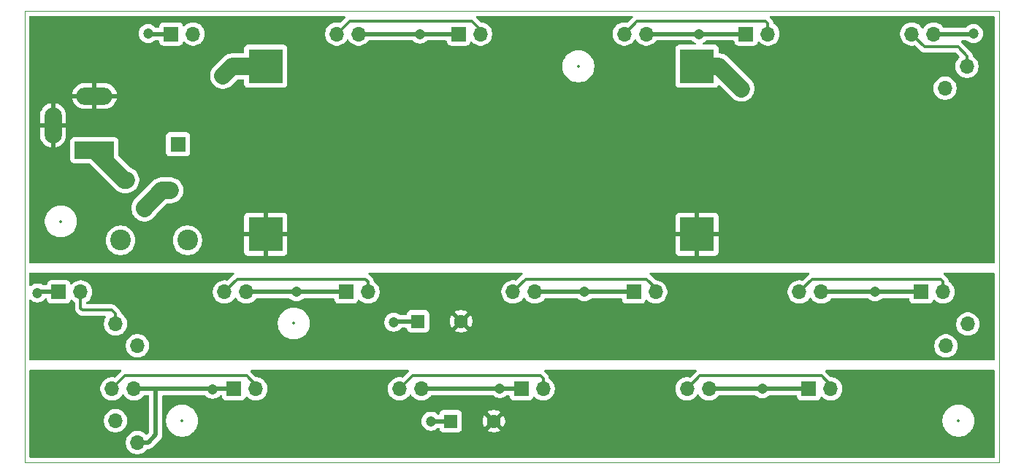
<source format=gbr>
G04 #@! TF.GenerationSoftware,KiCad,Pcbnew,9.0.0*
G04 #@! TF.CreationDate,2025-07-21T19:39:15+02:00*
G04 #@! TF.ProjectId,PowerPCB,506f7765-7250-4434-922e-6b696361645f,rev?*
G04 #@! TF.SameCoordinates,Original*
G04 #@! TF.FileFunction,Copper,L2,Bot*
G04 #@! TF.FilePolarity,Positive*
%FSLAX46Y46*%
G04 Gerber Fmt 4.6, Leading zero omitted, Abs format (unit mm)*
G04 Created by KiCad (PCBNEW 9.0.0) date 2025-07-21 19:39:15*
%MOMM*%
%LPD*%
G01*
G04 APERTURE LIST*
G04 #@! TA.AperFunction,Profile*
%ADD10C,0.050000*%
G04 #@! TD*
%ADD11C,0.350000*%
%ADD12O,3.600000X1.000000*%
%ADD13O,3.200000X1.000000*%
%ADD14O,1.000000X3.200000*%
G04 #@! TA.AperFunction,ComponentPad*
%ADD15R,1.700000X1.700000*%
G04 #@! TD*
G04 #@! TA.AperFunction,ComponentPad*
%ADD16O,1.700000X1.700000*%
G04 #@! TD*
G04 #@! TA.AperFunction,ComponentPad*
%ADD17R,1.600000X1.600000*%
G04 #@! TD*
G04 #@! TA.AperFunction,ComponentPad*
%ADD18C,1.600000*%
G04 #@! TD*
G04 #@! TA.AperFunction,ComponentPad*
%ADD19R,4.000000X4.000000*%
G04 #@! TD*
G04 #@! TA.AperFunction,ComponentPad*
%ADD20C,2.400000*%
G04 #@! TD*
G04 #@! TA.AperFunction,ComponentPad*
%ADD21R,4.600000X2.000000*%
G04 #@! TD*
G04 #@! TA.AperFunction,ComponentPad*
%ADD22O,4.200000X2.000000*%
G04 #@! TD*
G04 #@! TA.AperFunction,ComponentPad*
%ADD23O,2.000000X4.200000*%
G04 #@! TD*
G04 #@! TA.AperFunction,ComponentPad*
%ADD24R,1.800000X1.800000*%
G04 #@! TD*
G04 #@! TA.AperFunction,ComponentPad*
%ADD25O,1.800000X1.800000*%
G04 #@! TD*
G04 #@! TA.AperFunction,ComponentPad*
%ADD26C,1.710000*%
G04 #@! TD*
G04 #@! TA.AperFunction,ViaPad*
%ADD27C,1.200000*%
G04 #@! TD*
G04 #@! TA.AperFunction,Conductor*
%ADD28C,2.000000*%
G04 #@! TD*
G04 #@! TA.AperFunction,Conductor*
%ADD29C,0.300000*%
G04 #@! TD*
G04 #@! TA.AperFunction,Conductor*
%ADD30C,0.500000*%
G04 #@! TD*
G04 APERTURE END LIST*
D10*
X170800000Y-83000000D02*
X57800000Y-83000000D01*
X57800000Y-30600000D01*
X170800000Y-30600000D01*
X170800000Y-83000000D01*
D11*
X108109000Y-33250000D03*
X110649000Y-33250000D03*
X113189000Y-33250000D03*
X82057800Y-74450000D03*
X84597800Y-74450000D03*
X87137800Y-74450000D03*
X103397349Y-66600000D03*
X108397349Y-66600000D03*
X107197349Y-78200000D03*
X112197349Y-78200000D03*
X164600000Y-66926000D03*
X167140000Y-69466000D03*
X167140000Y-66926000D03*
X164600000Y-69466000D03*
X128408200Y-63201000D03*
X130948200Y-63201000D03*
X133488200Y-63201000D03*
X166050000Y-78150000D03*
X85750000Y-37000000D03*
X85750000Y-56500000D03*
X135750000Y-56500000D03*
X135750000Y-37000000D03*
X65395400Y-74450000D03*
X67935400Y-74450000D03*
X70475400Y-74450000D03*
X115382600Y-74450000D03*
X117922600Y-74450000D03*
X120462600Y-74450000D03*
X61758600Y-63201000D03*
X64298600Y-63201000D03*
X66838600Y-63201000D03*
X74784200Y-33250000D03*
X77324200Y-33250000D03*
X79864200Y-33250000D03*
X68925000Y-57200000D03*
X76675000Y-57200000D03*
X68335000Y-69441000D03*
X70875000Y-66901000D03*
X68335000Y-66901000D03*
X70875000Y-69441000D03*
D12*
X65900000Y-46749000D03*
D13*
X65900000Y-40449000D03*
D14*
X61100000Y-43849000D03*
D11*
X62000000Y-55000000D03*
X98720200Y-74450000D03*
X101260200Y-74450000D03*
X103800200Y-74450000D03*
X95075000Y-63200000D03*
X97615000Y-63200000D03*
X100155000Y-63200000D03*
X78421000Y-63201000D03*
X80961000Y-63201000D03*
X83501000Y-63201000D03*
X75600000Y-46045000D03*
X75600000Y-43505000D03*
X141433800Y-33250000D03*
X143973800Y-33250000D03*
X146513800Y-33250000D03*
X124771400Y-33250000D03*
X127311400Y-33250000D03*
X129851400Y-33250000D03*
X68335000Y-80690000D03*
X70875000Y-78150000D03*
X68335000Y-78150000D03*
X70875000Y-80690000D03*
X164500000Y-37000000D03*
X167040000Y-39540000D03*
X167040000Y-37000000D03*
X164500000Y-39540000D03*
X158096200Y-33250000D03*
X160636200Y-33250000D03*
X163176200Y-33250000D03*
X161733000Y-63201000D03*
X164273000Y-63201000D03*
X166813000Y-63201000D03*
X76050000Y-78150000D03*
X145070600Y-63201000D03*
X147610600Y-63201000D03*
X150150600Y-63201000D03*
X89000000Y-66851000D03*
X111875000Y-63200000D03*
X114415000Y-63200000D03*
X116955000Y-63200000D03*
X148707400Y-74450000D03*
X151247400Y-74450000D03*
X153787400Y-74450000D03*
X122000000Y-37000000D03*
X69600000Y-50200000D03*
X74700000Y-51400000D03*
X132045000Y-74450000D03*
X134585000Y-74450000D03*
X137125000Y-74450000D03*
X91446600Y-33250000D03*
X93986600Y-33250000D03*
X96526600Y-33250000D03*
D15*
X108109000Y-33250000D03*
D16*
X110649000Y-33250000D03*
X113189000Y-33250000D03*
D15*
X82057800Y-74450000D03*
D16*
X84597800Y-74450000D03*
X87137800Y-74450000D03*
D17*
X103397349Y-66600000D03*
D18*
X108397349Y-66600000D03*
D17*
X107197349Y-78200000D03*
D18*
X112197349Y-78200000D03*
D15*
X164600000Y-66926000D03*
D16*
X167140000Y-69466000D03*
X167140000Y-66926000D03*
X164600000Y-69466000D03*
D15*
X128408200Y-63201000D03*
D16*
X130948200Y-63201000D03*
X133488200Y-63201000D03*
D19*
X85750000Y-37000000D03*
X85750000Y-56500000D03*
X135750000Y-56500000D03*
X135750000Y-37000000D03*
D15*
X65395400Y-74450000D03*
D16*
X67935400Y-74450000D03*
X70475400Y-74450000D03*
D15*
X115382600Y-74450000D03*
D16*
X117922600Y-74450000D03*
X120462600Y-74450000D03*
D15*
X61758600Y-63201000D03*
D16*
X64298600Y-63201000D03*
X66838600Y-63201000D03*
D15*
X74784200Y-33250000D03*
D16*
X77324200Y-33250000D03*
X79864200Y-33250000D03*
D20*
X68925000Y-57200000D03*
X76675000Y-57200000D03*
D16*
X68335000Y-69441000D03*
D15*
X70875000Y-66901000D03*
D16*
X68335000Y-66901000D03*
X70875000Y-69441000D03*
D21*
X65900000Y-46749000D03*
D22*
X65900000Y-40449000D03*
D23*
X61100000Y-43849000D03*
D15*
X98720200Y-74450000D03*
D16*
X101260200Y-74450000D03*
X103800200Y-74450000D03*
D15*
X95075000Y-63200000D03*
D16*
X97615000Y-63200000D03*
X100155000Y-63200000D03*
D15*
X78421000Y-63201000D03*
D16*
X80961000Y-63201000D03*
X83501000Y-63201000D03*
D24*
X75600000Y-46045000D03*
D25*
X75600000Y-43505000D03*
D15*
X141433800Y-33250000D03*
D16*
X143973800Y-33250000D03*
X146513800Y-33250000D03*
D15*
X124771400Y-33250000D03*
D16*
X127311400Y-33250000D03*
X129851400Y-33250000D03*
X68335000Y-80690000D03*
D15*
X70875000Y-78150000D03*
D16*
X68335000Y-78150000D03*
X70875000Y-80690000D03*
D15*
X164500000Y-37000000D03*
D16*
X167040000Y-39540000D03*
X167040000Y-37000000D03*
X164500000Y-39540000D03*
D15*
X158096200Y-33250000D03*
D16*
X160636200Y-33250000D03*
X163176200Y-33250000D03*
D15*
X161733000Y-63201000D03*
D16*
X164273000Y-63201000D03*
X166813000Y-63201000D03*
D15*
X145070600Y-63201000D03*
D16*
X147610600Y-63201000D03*
X150150600Y-63201000D03*
D15*
X111875000Y-63200000D03*
D16*
X114415000Y-63200000D03*
X116955000Y-63200000D03*
D15*
X148707400Y-74450000D03*
D16*
X151247400Y-74450000D03*
X153787400Y-74450000D03*
D26*
X69600000Y-50200000D03*
X74700000Y-51400000D03*
D15*
X132045000Y-74450000D03*
D16*
X134585000Y-74450000D03*
X137125000Y-74450000D03*
D15*
X91446600Y-33250000D03*
D16*
X93986600Y-33250000D03*
X96526600Y-33250000D03*
D27*
X71700000Y-53500000D03*
X167800000Y-33200000D03*
X122700000Y-63201000D03*
X100600000Y-66700000D03*
X104900000Y-78200000D03*
X143300000Y-74450000D03*
X112900000Y-74400000D03*
X79600000Y-74500000D03*
X59300000Y-63300000D03*
X89300000Y-63201000D03*
X156400000Y-63201000D03*
X136000000Y-33250000D03*
X103600000Y-33250000D03*
X72100000Y-33200000D03*
X140900000Y-39600000D03*
X80800000Y-38100000D03*
D28*
X69351000Y-50200000D02*
X65900000Y-46749000D01*
X69600000Y-50200000D02*
X69351000Y-50200000D01*
X71700000Y-53400000D02*
X71700000Y-53500000D01*
X73200000Y-51900000D02*
X71700000Y-53400000D01*
X74700000Y-51400000D02*
X73700000Y-51400000D01*
X73700000Y-51400000D02*
X73200000Y-51900000D01*
D29*
X109610000Y-31749000D02*
X95487600Y-31749000D01*
X95487600Y-31749000D02*
X93986600Y-33250000D01*
X110649000Y-32788000D02*
X109610000Y-31749000D01*
X110649000Y-33250000D02*
X110649000Y-32788000D01*
X128812400Y-31749000D02*
X127311400Y-33250000D01*
X143674881Y-31749000D02*
X128812400Y-31749000D01*
X143973800Y-32047919D02*
X143674881Y-31749000D01*
X143973800Y-33250000D02*
X143973800Y-32047919D01*
X67900000Y-65300000D02*
X68335000Y-65735000D01*
X64500000Y-65300000D02*
X67900000Y-65300000D01*
X64298600Y-65098600D02*
X64500000Y-65300000D01*
X64298600Y-63201000D02*
X64298600Y-65098600D01*
X68335000Y-65735000D02*
X68335000Y-66901000D01*
X82462000Y-61700000D02*
X80961000Y-63201000D01*
X97615000Y-61997919D02*
X97317081Y-61700000D01*
X97317081Y-61700000D02*
X82462000Y-61700000D01*
X97615000Y-63200000D02*
X97615000Y-61997919D01*
X129908200Y-61699000D02*
X115916000Y-61699000D01*
X130948200Y-62739000D02*
X129908200Y-61699000D01*
X130948200Y-63201000D02*
X130948200Y-62739000D01*
X115916000Y-61699000D02*
X114415000Y-63200000D01*
X163974081Y-61700000D02*
X149111600Y-61700000D01*
X164273000Y-61998919D02*
X163974081Y-61700000D01*
X149111600Y-61700000D02*
X147610600Y-63201000D01*
X164273000Y-63201000D02*
X164273000Y-61998919D01*
X69436400Y-72949000D02*
X67935400Y-74450000D01*
X83558800Y-72949000D02*
X69436400Y-72949000D01*
X84597800Y-73988000D02*
X83558800Y-72949000D01*
X84597800Y-74450000D02*
X84597800Y-73988000D01*
X102761200Y-72949000D02*
X101260200Y-74450000D01*
X117623681Y-72949000D02*
X102761200Y-72949000D01*
X117922600Y-73247919D02*
X117623681Y-72949000D01*
X117922600Y-74450000D02*
X117922600Y-73247919D01*
X136086000Y-72949000D02*
X134585000Y-74450000D01*
X150208400Y-72949000D02*
X136086000Y-72949000D01*
X151247400Y-73988000D02*
X150208400Y-72949000D01*
X151247400Y-74450000D02*
X151247400Y-73988000D01*
D30*
X103600000Y-33250000D02*
X108109000Y-33250000D01*
X103600000Y-33250000D02*
X96526600Y-33250000D01*
X136000000Y-33250000D02*
X141433800Y-33250000D01*
X136000000Y-33250000D02*
X129851400Y-33250000D01*
X167750000Y-33250000D02*
X167800000Y-33200000D01*
X163176200Y-33250000D02*
X167750000Y-33250000D01*
X92900000Y-63200000D02*
X95075000Y-63200000D01*
X92899000Y-63201000D02*
X92900000Y-63200000D01*
X89300000Y-63201000D02*
X92899000Y-63201000D01*
X89300000Y-63201000D02*
X83501000Y-63201000D01*
X128408200Y-63201000D02*
X122700000Y-63201000D01*
X122700000Y-63201000D02*
X116956000Y-63201000D01*
X116956000Y-63201000D02*
X116955000Y-63200000D01*
X156400000Y-63201000D02*
X150150600Y-63201000D01*
X156400000Y-63201000D02*
X161733000Y-63201000D01*
X72110000Y-80690000D02*
X70875000Y-80690000D01*
X73000000Y-79800000D02*
X72110000Y-80690000D01*
X73000000Y-74450000D02*
X73000000Y-79800000D01*
X73000000Y-74450000D02*
X79550000Y-74450000D01*
X66210000Y-80690000D02*
X68335000Y-80690000D01*
X66100000Y-80800000D02*
X66210000Y-80690000D01*
X65395400Y-80095400D02*
X66100000Y-80800000D01*
X65395400Y-74450000D02*
X65395400Y-80095400D01*
X79550000Y-74450000D02*
X79600000Y-74500000D01*
X70475400Y-74450000D02*
X73000000Y-74450000D01*
X103800200Y-74450000D02*
X112850000Y-74450000D01*
X112850000Y-74450000D02*
X112900000Y-74400000D01*
X143300000Y-74450000D02*
X148707400Y-74450000D01*
X143300000Y-74450000D02*
X137125000Y-74450000D01*
X100700000Y-66600000D02*
X100600000Y-66700000D01*
X103397349Y-66600000D02*
X100700000Y-66600000D01*
X107197349Y-78200000D02*
X104900000Y-78200000D01*
X112950000Y-74450000D02*
X112900000Y-74400000D01*
X115382600Y-74450000D02*
X112950000Y-74450000D01*
X79650000Y-74450000D02*
X79600000Y-74500000D01*
X82057800Y-74450000D02*
X79650000Y-74450000D01*
X59399000Y-63201000D02*
X59300000Y-63300000D01*
X61758600Y-63201000D02*
X59399000Y-63201000D01*
X72150000Y-33250000D02*
X72100000Y-33200000D01*
X74784200Y-33250000D02*
X72150000Y-33250000D01*
D28*
X138300000Y-37000000D02*
X140900000Y-39600000D01*
X135750000Y-37000000D02*
X138300000Y-37000000D01*
X81900000Y-37000000D02*
X80800000Y-38100000D01*
X85750000Y-37000000D02*
X81900000Y-37000000D01*
D30*
X68335000Y-78150000D02*
X68000000Y-77815000D01*
D29*
X167040000Y-37000000D02*
X167040000Y-35797919D01*
X162137200Y-34751000D02*
X160636200Y-33250000D01*
X165993081Y-34751000D02*
X162137200Y-34751000D01*
X167040000Y-35797919D02*
X165993081Y-34751000D01*
G04 #@! TA.AperFunction,Conductor*
G36*
X94933830Y-31170185D02*
G01*
X94979585Y-31222989D01*
X94989529Y-31292147D01*
X94960504Y-31355703D01*
X94954472Y-31362181D01*
X94417310Y-31899342D01*
X94355987Y-31932827D01*
X94307845Y-31932315D01*
X94307655Y-31933516D01*
X94202711Y-31916894D01*
X94092887Y-31899500D01*
X93880313Y-31899500D01*
X93831642Y-31907208D01*
X93670360Y-31932753D01*
X93468185Y-31998444D01*
X93278779Y-32094951D01*
X93106813Y-32219890D01*
X92956490Y-32370213D01*
X92831551Y-32542179D01*
X92735044Y-32731585D01*
X92669353Y-32933760D01*
X92636100Y-33143713D01*
X92636100Y-33356286D01*
X92652162Y-33457701D01*
X92669354Y-33566243D01*
X92687615Y-33622445D01*
X92735044Y-33768414D01*
X92831551Y-33957820D01*
X92956490Y-34129786D01*
X93106813Y-34280109D01*
X93278779Y-34405048D01*
X93278781Y-34405049D01*
X93278784Y-34405051D01*
X93468188Y-34501557D01*
X93670357Y-34567246D01*
X93880313Y-34600500D01*
X93880314Y-34600500D01*
X94092886Y-34600500D01*
X94092887Y-34600500D01*
X94302843Y-34567246D01*
X94505012Y-34501557D01*
X94694416Y-34405051D01*
X94780738Y-34342335D01*
X94866386Y-34280109D01*
X94866388Y-34280106D01*
X94866392Y-34280104D01*
X95016704Y-34129792D01*
X95016706Y-34129788D01*
X95016709Y-34129786D01*
X95141648Y-33957820D01*
X95141647Y-33957820D01*
X95141651Y-33957816D01*
X95146114Y-33949054D01*
X95194088Y-33898259D01*
X95261908Y-33881463D01*
X95328044Y-33903999D01*
X95367086Y-33949056D01*
X95371551Y-33957820D01*
X95496490Y-34129786D01*
X95646813Y-34280109D01*
X95818779Y-34405048D01*
X95818781Y-34405049D01*
X95818784Y-34405051D01*
X96008188Y-34501557D01*
X96210357Y-34567246D01*
X96420313Y-34600500D01*
X96420314Y-34600500D01*
X96632886Y-34600500D01*
X96632887Y-34600500D01*
X96842843Y-34567246D01*
X97045012Y-34501557D01*
X97234416Y-34405051D01*
X97320738Y-34342335D01*
X97406386Y-34280109D01*
X97406388Y-34280106D01*
X97406392Y-34280104D01*
X97556704Y-34129792D01*
X97586040Y-34089414D01*
X97613503Y-34051615D01*
X97668833Y-34008949D01*
X97713821Y-34000500D01*
X102742796Y-34000500D01*
X102809835Y-34020185D01*
X102830477Y-34036819D01*
X102883072Y-34089414D01*
X103023212Y-34191232D01*
X103177555Y-34269873D01*
X103342299Y-34323402D01*
X103513389Y-34350500D01*
X103513390Y-34350500D01*
X103686610Y-34350500D01*
X103686611Y-34350500D01*
X103857701Y-34323402D01*
X104022445Y-34269873D01*
X104176788Y-34191232D01*
X104316928Y-34089414D01*
X104369523Y-34036819D01*
X104430846Y-34003334D01*
X104457204Y-34000500D01*
X106634501Y-34000500D01*
X106701540Y-34020185D01*
X106747295Y-34072989D01*
X106758501Y-34124500D01*
X106758501Y-34147876D01*
X106764908Y-34207483D01*
X106815202Y-34342328D01*
X106815206Y-34342335D01*
X106901452Y-34457544D01*
X106901455Y-34457547D01*
X107016664Y-34543793D01*
X107016671Y-34543797D01*
X107151517Y-34594091D01*
X107151516Y-34594091D01*
X107158444Y-34594835D01*
X107211127Y-34600500D01*
X109006872Y-34600499D01*
X109066483Y-34594091D01*
X109201331Y-34543796D01*
X109316546Y-34457546D01*
X109402796Y-34342331D01*
X109451810Y-34210916D01*
X109493681Y-34154984D01*
X109559145Y-34130566D01*
X109627418Y-34145417D01*
X109655673Y-34166569D01*
X109769213Y-34280109D01*
X109941179Y-34405048D01*
X109941181Y-34405049D01*
X109941184Y-34405051D01*
X110130588Y-34501557D01*
X110332757Y-34567246D01*
X110542713Y-34600500D01*
X110542714Y-34600500D01*
X110755286Y-34600500D01*
X110755287Y-34600500D01*
X110965243Y-34567246D01*
X111167412Y-34501557D01*
X111356816Y-34405051D01*
X111443138Y-34342335D01*
X111528786Y-34280109D01*
X111528788Y-34280106D01*
X111528792Y-34280104D01*
X111679104Y-34129792D01*
X111679106Y-34129788D01*
X111679109Y-34129786D01*
X111804048Y-33957820D01*
X111804047Y-33957820D01*
X111804051Y-33957816D01*
X111900557Y-33768412D01*
X111966246Y-33566243D01*
X111999500Y-33356287D01*
X111999500Y-33143713D01*
X111966246Y-32933757D01*
X111900557Y-32731588D01*
X111804051Y-32542184D01*
X111804049Y-32542181D01*
X111804048Y-32542179D01*
X111679109Y-32370213D01*
X111528786Y-32219890D01*
X111356820Y-32094951D01*
X111167414Y-31998444D01*
X111167413Y-31998443D01*
X111167412Y-31998443D01*
X110965243Y-31932754D01*
X110965241Y-31932753D01*
X110965240Y-31932753D01*
X110803957Y-31907208D01*
X110755287Y-31899500D01*
X110755286Y-31899500D01*
X110731808Y-31899500D01*
X110664769Y-31879815D01*
X110644127Y-31863181D01*
X110143128Y-31362181D01*
X110109643Y-31300858D01*
X110114627Y-31231166D01*
X110156499Y-31175233D01*
X110221963Y-31150816D01*
X110230809Y-31150500D01*
X128191591Y-31150500D01*
X128258630Y-31170185D01*
X128304385Y-31222989D01*
X128314329Y-31292147D01*
X128285304Y-31355703D01*
X128279272Y-31362181D01*
X127742110Y-31899342D01*
X127680787Y-31932827D01*
X127632645Y-31932315D01*
X127632455Y-31933516D01*
X127527511Y-31916894D01*
X127417687Y-31899500D01*
X127205113Y-31899500D01*
X127156442Y-31907208D01*
X126995160Y-31932753D01*
X126792985Y-31998444D01*
X126603579Y-32094951D01*
X126431613Y-32219890D01*
X126281290Y-32370213D01*
X126156351Y-32542179D01*
X126059844Y-32731585D01*
X125994153Y-32933760D01*
X125960900Y-33143713D01*
X125960900Y-33356286D01*
X125976962Y-33457701D01*
X125994154Y-33566243D01*
X126012415Y-33622445D01*
X126059844Y-33768414D01*
X126156351Y-33957820D01*
X126281290Y-34129786D01*
X126431613Y-34280109D01*
X126603579Y-34405048D01*
X126603581Y-34405049D01*
X126603584Y-34405051D01*
X126792988Y-34501557D01*
X126995157Y-34567246D01*
X127205113Y-34600500D01*
X127205114Y-34600500D01*
X127417686Y-34600500D01*
X127417687Y-34600500D01*
X127627643Y-34567246D01*
X127829812Y-34501557D01*
X128019216Y-34405051D01*
X128105538Y-34342335D01*
X128191186Y-34280109D01*
X128191188Y-34280106D01*
X128191192Y-34280104D01*
X128341504Y-34129792D01*
X128341506Y-34129788D01*
X128341509Y-34129786D01*
X128466448Y-33957820D01*
X128466447Y-33957820D01*
X128466451Y-33957816D01*
X128470914Y-33949054D01*
X128518888Y-33898259D01*
X128586708Y-33881463D01*
X128652844Y-33903999D01*
X128691886Y-33949056D01*
X128696351Y-33957820D01*
X128821290Y-34129786D01*
X128971613Y-34280109D01*
X129143579Y-34405048D01*
X129143581Y-34405049D01*
X129143584Y-34405051D01*
X129332988Y-34501557D01*
X129535157Y-34567246D01*
X129745113Y-34600500D01*
X129745114Y-34600500D01*
X129957686Y-34600500D01*
X129957687Y-34600500D01*
X130167643Y-34567246D01*
X130369812Y-34501557D01*
X130559216Y-34405051D01*
X130645538Y-34342335D01*
X130731186Y-34280109D01*
X130731188Y-34280106D01*
X130731192Y-34280104D01*
X130881504Y-34129792D01*
X130910840Y-34089414D01*
X130938303Y-34051615D01*
X130993633Y-34008949D01*
X131038621Y-34000500D01*
X135142796Y-34000500D01*
X135209835Y-34020185D01*
X135230477Y-34036819D01*
X135283072Y-34089414D01*
X135363534Y-34147873D01*
X135423213Y-34191233D01*
X135568020Y-34265015D01*
X135618817Y-34312989D01*
X135635612Y-34380810D01*
X135613075Y-34446945D01*
X135558360Y-34490397D01*
X135511726Y-34499500D01*
X133702129Y-34499500D01*
X133702123Y-34499501D01*
X133642516Y-34505908D01*
X133507671Y-34556202D01*
X133507664Y-34556206D01*
X133392455Y-34642452D01*
X133392452Y-34642455D01*
X133306206Y-34757664D01*
X133306202Y-34757671D01*
X133255908Y-34892517D01*
X133249501Y-34952116D01*
X133249501Y-34952123D01*
X133249500Y-34952135D01*
X133249500Y-39047870D01*
X133249501Y-39047876D01*
X133255908Y-39107483D01*
X133306202Y-39242328D01*
X133306206Y-39242335D01*
X133392452Y-39357544D01*
X133392455Y-39357547D01*
X133507664Y-39443793D01*
X133507671Y-39443797D01*
X133642517Y-39494091D01*
X133642516Y-39494091D01*
X133649444Y-39494835D01*
X133702127Y-39500500D01*
X137797872Y-39500499D01*
X137857483Y-39494091D01*
X137992331Y-39443796D01*
X138107546Y-39357546D01*
X138189080Y-39248631D01*
X138193794Y-39242334D01*
X138194410Y-39241207D01*
X138195318Y-39240298D01*
X138199112Y-39235231D01*
X138199840Y-39235776D01*
X138243814Y-39191801D01*
X138312087Y-39176948D01*
X138377551Y-39201363D01*
X138390924Y-39212951D01*
X139922490Y-40744517D01*
X140113566Y-40883343D01*
X140324008Y-40990568D01*
X140324010Y-40990569D01*
X140429370Y-41024802D01*
X140548631Y-41063552D01*
X140656673Y-41080663D01*
X140781903Y-41100499D01*
X140781908Y-41100499D01*
X141018097Y-41100499D01*
X141131184Y-41082587D01*
X141251368Y-41063552D01*
X141475992Y-40990568D01*
X141686433Y-40883343D01*
X141877510Y-40744517D01*
X142044517Y-40577510D01*
X142183343Y-40386433D01*
X142290568Y-40175992D01*
X142363552Y-39951368D01*
X142382587Y-39831184D01*
X142400499Y-39718097D01*
X142400499Y-39481903D01*
X142395167Y-39448240D01*
X142395167Y-39448239D01*
X142392866Y-39433713D01*
X163149500Y-39433713D01*
X163149500Y-39646287D01*
X163182754Y-39856243D01*
X163223964Y-39983075D01*
X163248444Y-40058414D01*
X163344951Y-40247820D01*
X163469890Y-40419786D01*
X163620213Y-40570109D01*
X163792179Y-40695048D01*
X163792181Y-40695049D01*
X163792184Y-40695051D01*
X163981588Y-40791557D01*
X164183757Y-40857246D01*
X164393713Y-40890500D01*
X164393714Y-40890500D01*
X164606286Y-40890500D01*
X164606287Y-40890500D01*
X164816243Y-40857246D01*
X165018412Y-40791557D01*
X165207816Y-40695051D01*
X165280845Y-40641993D01*
X165379786Y-40570109D01*
X165379788Y-40570106D01*
X165379792Y-40570104D01*
X165530104Y-40419792D01*
X165530106Y-40419788D01*
X165530109Y-40419786D01*
X165655048Y-40247820D01*
X165655047Y-40247820D01*
X165655051Y-40247816D01*
X165751557Y-40058412D01*
X165817246Y-39856243D01*
X165850500Y-39646287D01*
X165850500Y-39433713D01*
X165817246Y-39223757D01*
X165751557Y-39021588D01*
X165655051Y-38832184D01*
X165655049Y-38832181D01*
X165655048Y-38832179D01*
X165530109Y-38660213D01*
X165379786Y-38509890D01*
X165207820Y-38384951D01*
X165018414Y-38288444D01*
X165018413Y-38288443D01*
X165018412Y-38288443D01*
X164816243Y-38222754D01*
X164816241Y-38222753D01*
X164816240Y-38222753D01*
X164654957Y-38197208D01*
X164606287Y-38189500D01*
X164393713Y-38189500D01*
X164345042Y-38197208D01*
X164183760Y-38222753D01*
X163981585Y-38288444D01*
X163792179Y-38384951D01*
X163620213Y-38509890D01*
X163469890Y-38660213D01*
X163344951Y-38832179D01*
X163248444Y-39021585D01*
X163182753Y-39223760D01*
X163157478Y-39383342D01*
X163149500Y-39433713D01*
X142392866Y-39433713D01*
X142380634Y-39356488D01*
X142363552Y-39248631D01*
X142301904Y-39058897D01*
X142290569Y-39024010D01*
X142290567Y-39024007D01*
X142289335Y-39021588D01*
X142183343Y-38813566D01*
X142044517Y-38622490D01*
X139277510Y-35855483D01*
X139086434Y-35716657D01*
X138875996Y-35609433D01*
X138651368Y-35536446D01*
X138418097Y-35499500D01*
X138418092Y-35499500D01*
X138374499Y-35499500D01*
X138307460Y-35479815D01*
X138261705Y-35427011D01*
X138250499Y-35375500D01*
X138250499Y-34952129D01*
X138250498Y-34952123D01*
X138250497Y-34952116D01*
X138244091Y-34892517D01*
X138193796Y-34757669D01*
X138193795Y-34757668D01*
X138193793Y-34757664D01*
X138107547Y-34642455D01*
X138107544Y-34642452D01*
X137992335Y-34556206D01*
X137992328Y-34556202D01*
X137857482Y-34505908D01*
X137857483Y-34505908D01*
X137797883Y-34499501D01*
X137797881Y-34499500D01*
X137797873Y-34499500D01*
X137797865Y-34499500D01*
X136488274Y-34499500D01*
X136421235Y-34479815D01*
X136375480Y-34427011D01*
X136365536Y-34357853D01*
X136394561Y-34294297D01*
X136431980Y-34265015D01*
X136576786Y-34191233D01*
X136576785Y-34191233D01*
X136576788Y-34191232D01*
X136716928Y-34089414D01*
X136769523Y-34036819D01*
X136830846Y-34003334D01*
X136857204Y-34000500D01*
X139959301Y-34000500D01*
X140026340Y-34020185D01*
X140072095Y-34072989D01*
X140083301Y-34124500D01*
X140083301Y-34147876D01*
X140089708Y-34207483D01*
X140140002Y-34342328D01*
X140140006Y-34342335D01*
X140226252Y-34457544D01*
X140226255Y-34457547D01*
X140341464Y-34543793D01*
X140341471Y-34543797D01*
X140476317Y-34594091D01*
X140476316Y-34594091D01*
X140483244Y-34594835D01*
X140535927Y-34600500D01*
X142331672Y-34600499D01*
X142391283Y-34594091D01*
X142526131Y-34543796D01*
X142641346Y-34457546D01*
X142727596Y-34342331D01*
X142776610Y-34210916D01*
X142818481Y-34154984D01*
X142883945Y-34130566D01*
X142952218Y-34145417D01*
X142980473Y-34166569D01*
X143094013Y-34280109D01*
X143265979Y-34405048D01*
X143265981Y-34405049D01*
X143265984Y-34405051D01*
X143455388Y-34501557D01*
X143657557Y-34567246D01*
X143867513Y-34600500D01*
X143867514Y-34600500D01*
X144080086Y-34600500D01*
X144080087Y-34600500D01*
X144290043Y-34567246D01*
X144492212Y-34501557D01*
X144681616Y-34405051D01*
X144767938Y-34342335D01*
X144853586Y-34280109D01*
X144853588Y-34280106D01*
X144853592Y-34280104D01*
X145003904Y-34129792D01*
X145003906Y-34129788D01*
X145003909Y-34129786D01*
X145128848Y-33957820D01*
X145128847Y-33957820D01*
X145128851Y-33957816D01*
X145225357Y-33768412D01*
X145291046Y-33566243D01*
X145324300Y-33356287D01*
X145324300Y-33143713D01*
X159285700Y-33143713D01*
X159285700Y-33356286D01*
X159301762Y-33457701D01*
X159318954Y-33566243D01*
X159337215Y-33622445D01*
X159384644Y-33768414D01*
X159481151Y-33957820D01*
X159606090Y-34129786D01*
X159756413Y-34280109D01*
X159928379Y-34405048D01*
X159928381Y-34405049D01*
X159928384Y-34405051D01*
X160117788Y-34501557D01*
X160319957Y-34567246D01*
X160529913Y-34600500D01*
X160529914Y-34600500D01*
X160742486Y-34600500D01*
X160742487Y-34600500D01*
X160852311Y-34583105D01*
X160957255Y-34566484D01*
X160957515Y-34568128D01*
X161020052Y-34571250D01*
X161066911Y-34600657D01*
X161722525Y-35256272D01*
X161722531Y-35256277D01*
X161829074Y-35327466D01*
X161898421Y-35356189D01*
X161947456Y-35376501D01*
X161947459Y-35376501D01*
X161947460Y-35376502D01*
X162073128Y-35401500D01*
X162073131Y-35401500D01*
X165672273Y-35401500D01*
X165739312Y-35421185D01*
X165759954Y-35437819D01*
X166138438Y-35816303D01*
X166171923Y-35877626D01*
X166166939Y-35947318D01*
X166138439Y-35991665D01*
X166009889Y-36120215D01*
X165884951Y-36292179D01*
X165788444Y-36481585D01*
X165722753Y-36683760D01*
X165689500Y-36893713D01*
X165689500Y-37106286D01*
X165722753Y-37316239D01*
X165788444Y-37518414D01*
X165884951Y-37707820D01*
X166009890Y-37879786D01*
X166160213Y-38030109D01*
X166332179Y-38155048D01*
X166332181Y-38155049D01*
X166332184Y-38155051D01*
X166521588Y-38251557D01*
X166723757Y-38317246D01*
X166933713Y-38350500D01*
X166933714Y-38350500D01*
X167146286Y-38350500D01*
X167146287Y-38350500D01*
X167356243Y-38317246D01*
X167558412Y-38251557D01*
X167747816Y-38155051D01*
X167769789Y-38139086D01*
X167919786Y-38030109D01*
X167919788Y-38030106D01*
X167919792Y-38030104D01*
X168070104Y-37879792D01*
X168070106Y-37879788D01*
X168070109Y-37879786D01*
X168195048Y-37707820D01*
X168195047Y-37707820D01*
X168195051Y-37707816D01*
X168291557Y-37518412D01*
X168357246Y-37316243D01*
X168390500Y-37106287D01*
X168390500Y-36893713D01*
X168357246Y-36683757D01*
X168291557Y-36481588D01*
X168195051Y-36292184D01*
X168195049Y-36292181D01*
X168195048Y-36292179D01*
X168070109Y-36120213D01*
X167919786Y-35969890D01*
X167743875Y-35842085D01*
X167744851Y-35840740D01*
X167702834Y-35794295D01*
X167690500Y-35740382D01*
X167690500Y-35733847D01*
X167665502Y-35608180D01*
X167665501Y-35608179D01*
X167665501Y-35608175D01*
X167616465Y-35489792D01*
X167616464Y-35489791D01*
X167616460Y-35489783D01*
X167595266Y-35458065D01*
X167595264Y-35458063D01*
X167545277Y-35383250D01*
X167545275Y-35383248D01*
X167545273Y-35383245D01*
X166407754Y-34245726D01*
X166407750Y-34245723D01*
X166380628Y-34227601D01*
X166335825Y-34173991D01*
X166327117Y-34104666D01*
X166357271Y-34041638D01*
X166416714Y-34004919D01*
X166449520Y-34000500D01*
X166992796Y-34000500D01*
X167059835Y-34020185D01*
X167080477Y-34036819D01*
X167083072Y-34039414D01*
X167223212Y-34141232D01*
X167377555Y-34219873D01*
X167542299Y-34273402D01*
X167713389Y-34300500D01*
X167713390Y-34300500D01*
X167886610Y-34300500D01*
X167886611Y-34300500D01*
X168057701Y-34273402D01*
X168222445Y-34219873D01*
X168376788Y-34141232D01*
X168516928Y-34039414D01*
X168639414Y-33916928D01*
X168741232Y-33776788D01*
X168819873Y-33622445D01*
X168873402Y-33457701D01*
X168900500Y-33286611D01*
X168900500Y-33113389D01*
X168873402Y-32942299D01*
X168819873Y-32777555D01*
X168741232Y-32623212D01*
X168639414Y-32483072D01*
X168516928Y-32360586D01*
X168376788Y-32258768D01*
X168222445Y-32180127D01*
X168057701Y-32126598D01*
X168057699Y-32126597D01*
X168057698Y-32126597D01*
X167926271Y-32105781D01*
X167886611Y-32099500D01*
X167713389Y-32099500D01*
X167673728Y-32105781D01*
X167542302Y-32126597D01*
X167377552Y-32180128D01*
X167223211Y-32258768D01*
X167083073Y-32360585D01*
X166980476Y-32463182D01*
X166919153Y-32496666D01*
X166892795Y-32499500D01*
X164363421Y-32499500D01*
X164296382Y-32479815D01*
X164263103Y-32448385D01*
X164206307Y-32370211D01*
X164055986Y-32219890D01*
X163884020Y-32094951D01*
X163694614Y-31998444D01*
X163694613Y-31998443D01*
X163694612Y-31998443D01*
X163492443Y-31932754D01*
X163492441Y-31932753D01*
X163492440Y-31932753D01*
X163331157Y-31907208D01*
X163282487Y-31899500D01*
X163069913Y-31899500D01*
X163021242Y-31907208D01*
X162859960Y-31932753D01*
X162657785Y-31998444D01*
X162468379Y-32094951D01*
X162296413Y-32219890D01*
X162146090Y-32370213D01*
X162021149Y-32542182D01*
X162016684Y-32550946D01*
X161968709Y-32601742D01*
X161900888Y-32618536D01*
X161834753Y-32595998D01*
X161795716Y-32550946D01*
X161791250Y-32542182D01*
X161666309Y-32370213D01*
X161515986Y-32219890D01*
X161344020Y-32094951D01*
X161154614Y-31998444D01*
X161154613Y-31998443D01*
X161154612Y-31998443D01*
X160952443Y-31932754D01*
X160952441Y-31932753D01*
X160952440Y-31932753D01*
X160791157Y-31907208D01*
X160742487Y-31899500D01*
X160529913Y-31899500D01*
X160481242Y-31907208D01*
X160319960Y-31932753D01*
X160117785Y-31998444D01*
X159928379Y-32094951D01*
X159756413Y-32219890D01*
X159606090Y-32370213D01*
X159481151Y-32542179D01*
X159384644Y-32731585D01*
X159318953Y-32933760D01*
X159285700Y-33143713D01*
X145324300Y-33143713D01*
X145291046Y-32933757D01*
X145225357Y-32731588D01*
X145128851Y-32542184D01*
X145128849Y-32542181D01*
X145128848Y-32542179D01*
X145003909Y-32370213D01*
X144853586Y-32219890D01*
X144677675Y-32092085D01*
X144678651Y-32090740D01*
X144636634Y-32044295D01*
X144624300Y-31990382D01*
X144624300Y-31983847D01*
X144599302Y-31858180D01*
X144599301Y-31858179D01*
X144599301Y-31858175D01*
X144550265Y-31739792D01*
X144513608Y-31684931D01*
X144479076Y-31633249D01*
X144479074Y-31633247D01*
X144479072Y-31633244D01*
X144208009Y-31362181D01*
X144174524Y-31300858D01*
X144179508Y-31231166D01*
X144221380Y-31175233D01*
X144286844Y-31150816D01*
X144295690Y-31150500D01*
X170125500Y-31150500D01*
X170192539Y-31170185D01*
X170238294Y-31222989D01*
X170249500Y-31274500D01*
X170249500Y-59725500D01*
X170229815Y-59792539D01*
X170177011Y-59838294D01*
X170125500Y-59849500D01*
X58474500Y-59849500D01*
X58407461Y-59829815D01*
X58361706Y-59777011D01*
X58350500Y-59725500D01*
X58350500Y-57088549D01*
X67224500Y-57088549D01*
X67224500Y-57311450D01*
X67224501Y-57311466D01*
X67253594Y-57532452D01*
X67253595Y-57532457D01*
X67253596Y-57532463D01*
X67253597Y-57532465D01*
X67311290Y-57747780D01*
X67311293Y-57747790D01*
X67396593Y-57953722D01*
X67396595Y-57953726D01*
X67508052Y-58146774D01*
X67508057Y-58146780D01*
X67508058Y-58146782D01*
X67643751Y-58323622D01*
X67643757Y-58323629D01*
X67801370Y-58481242D01*
X67801376Y-58481247D01*
X67978226Y-58616948D01*
X68171274Y-58728405D01*
X68377219Y-58813710D01*
X68592537Y-58871404D01*
X68813543Y-58900500D01*
X68813550Y-58900500D01*
X69036450Y-58900500D01*
X69036457Y-58900500D01*
X69257463Y-58871404D01*
X69472781Y-58813710D01*
X69678726Y-58728405D01*
X69871774Y-58616948D01*
X70048624Y-58481247D01*
X70206247Y-58323624D01*
X70341948Y-58146774D01*
X70453405Y-57953726D01*
X70538710Y-57747781D01*
X70596404Y-57532463D01*
X70625500Y-57311457D01*
X70625500Y-57088549D01*
X74974500Y-57088549D01*
X74974500Y-57311450D01*
X74974501Y-57311466D01*
X75003594Y-57532452D01*
X75003595Y-57532457D01*
X75003596Y-57532463D01*
X75003597Y-57532465D01*
X75061290Y-57747780D01*
X75061293Y-57747790D01*
X75146593Y-57953722D01*
X75146595Y-57953726D01*
X75258052Y-58146774D01*
X75258057Y-58146780D01*
X75258058Y-58146782D01*
X75393751Y-58323622D01*
X75393757Y-58323629D01*
X75551370Y-58481242D01*
X75551376Y-58481247D01*
X75728226Y-58616948D01*
X75921274Y-58728405D01*
X76127219Y-58813710D01*
X76342537Y-58871404D01*
X76563543Y-58900500D01*
X76563550Y-58900500D01*
X76786450Y-58900500D01*
X76786457Y-58900500D01*
X77007463Y-58871404D01*
X77222781Y-58813710D01*
X77428726Y-58728405D01*
X77621774Y-58616948D01*
X77798624Y-58481247D01*
X77956247Y-58323624D01*
X78091948Y-58146774D01*
X78203405Y-57953726D01*
X78288710Y-57747781D01*
X78346404Y-57532463D01*
X78375500Y-57311457D01*
X78375500Y-57088543D01*
X78346404Y-56867537D01*
X78288710Y-56652219D01*
X78203405Y-56446274D01*
X78091948Y-56253226D01*
X78052867Y-56202294D01*
X77956248Y-56076377D01*
X77956242Y-56076370D01*
X77798629Y-55918757D01*
X77798622Y-55918751D01*
X77621782Y-55783058D01*
X77621780Y-55783057D01*
X77621774Y-55783052D01*
X77428726Y-55671595D01*
X77428722Y-55671593D01*
X77222790Y-55586293D01*
X77222783Y-55586291D01*
X77222781Y-55586290D01*
X77007463Y-55528596D01*
X77007457Y-55528595D01*
X77007452Y-55528594D01*
X76786466Y-55499501D01*
X76786463Y-55499500D01*
X76786457Y-55499500D01*
X76563543Y-55499500D01*
X76563537Y-55499500D01*
X76563533Y-55499501D01*
X76342547Y-55528594D01*
X76342540Y-55528595D01*
X76342537Y-55528596D01*
X76127219Y-55586290D01*
X76127209Y-55586293D01*
X75921277Y-55671593D01*
X75921273Y-55671595D01*
X75728226Y-55783052D01*
X75728217Y-55783058D01*
X75551377Y-55918751D01*
X75551370Y-55918757D01*
X75393757Y-56076370D01*
X75393751Y-56076377D01*
X75258058Y-56253217D01*
X75258052Y-56253226D01*
X75146595Y-56446273D01*
X75146593Y-56446277D01*
X75061293Y-56652209D01*
X75061291Y-56652216D01*
X75061290Y-56652219D01*
X75040023Y-56731591D01*
X75003597Y-56867534D01*
X75003594Y-56867547D01*
X74974501Y-57088533D01*
X74974500Y-57088549D01*
X70625500Y-57088549D01*
X70625500Y-57088543D01*
X70596404Y-56867537D01*
X70538710Y-56652219D01*
X70453405Y-56446274D01*
X70341948Y-56253226D01*
X70302867Y-56202294D01*
X70206248Y-56076377D01*
X70206242Y-56076370D01*
X70048629Y-55918757D01*
X70048622Y-55918751D01*
X69871782Y-55783058D01*
X69871780Y-55783057D01*
X69871774Y-55783052D01*
X69678726Y-55671595D01*
X69678722Y-55671593D01*
X69472790Y-55586293D01*
X69472783Y-55586291D01*
X69472781Y-55586290D01*
X69257463Y-55528596D01*
X69257457Y-55528595D01*
X69257452Y-55528594D01*
X69036466Y-55499501D01*
X69036463Y-55499500D01*
X69036457Y-55499500D01*
X68813543Y-55499500D01*
X68813537Y-55499500D01*
X68813533Y-55499501D01*
X68592547Y-55528594D01*
X68592540Y-55528595D01*
X68592537Y-55528596D01*
X68377219Y-55586290D01*
X68377209Y-55586293D01*
X68171277Y-55671593D01*
X68171273Y-55671595D01*
X67978226Y-55783052D01*
X67978217Y-55783058D01*
X67801377Y-55918751D01*
X67801370Y-55918757D01*
X67643757Y-56076370D01*
X67643751Y-56076377D01*
X67508058Y-56253217D01*
X67508052Y-56253226D01*
X67396595Y-56446273D01*
X67396593Y-56446277D01*
X67311293Y-56652209D01*
X67311291Y-56652216D01*
X67311290Y-56652219D01*
X67290023Y-56731591D01*
X67253597Y-56867534D01*
X67253594Y-56867547D01*
X67224501Y-57088533D01*
X67224500Y-57088549D01*
X58350500Y-57088549D01*
X58350500Y-54878711D01*
X60149500Y-54878711D01*
X60149500Y-55121288D01*
X60181161Y-55361785D01*
X60243947Y-55596104D01*
X60275216Y-55671593D01*
X60336776Y-55820212D01*
X60458064Y-56030289D01*
X60458066Y-56030292D01*
X60458067Y-56030293D01*
X60605733Y-56222736D01*
X60605739Y-56222743D01*
X60777256Y-56394260D01*
X60777263Y-56394266D01*
X60890321Y-56481018D01*
X60969711Y-56541936D01*
X61179788Y-56663224D01*
X61403900Y-56756054D01*
X61638211Y-56818838D01*
X61818586Y-56842584D01*
X61878711Y-56850500D01*
X61878712Y-56850500D01*
X62121289Y-56850500D01*
X62169388Y-56844167D01*
X62361789Y-56818838D01*
X62596100Y-56756054D01*
X62820212Y-56663224D01*
X63030289Y-56541936D01*
X63222738Y-56394265D01*
X63394265Y-56222738D01*
X63541936Y-56030289D01*
X63663224Y-55820212D01*
X63756054Y-55596100D01*
X63818838Y-55361789D01*
X63850500Y-55121288D01*
X63850500Y-54878712D01*
X63818838Y-54638211D01*
X63756054Y-54403900D01*
X63663224Y-54179788D01*
X63541936Y-53969711D01*
X63394265Y-53777262D01*
X63394260Y-53777256D01*
X63222743Y-53605739D01*
X63222736Y-53605733D01*
X63030293Y-53458067D01*
X63030292Y-53458066D01*
X63030289Y-53458064D01*
X62820212Y-53336776D01*
X62820205Y-53336773D01*
X62687735Y-53281902D01*
X70199500Y-53281902D01*
X70199500Y-53618097D01*
X70236446Y-53851368D01*
X70309433Y-54075996D01*
X70402122Y-54257906D01*
X70416657Y-54286433D01*
X70555483Y-54477510D01*
X70722490Y-54644517D01*
X70913567Y-54783343D01*
X71012991Y-54834002D01*
X71124003Y-54890566D01*
X71124005Y-54890566D01*
X71124008Y-54890568D01*
X71244412Y-54929689D01*
X71348631Y-54963553D01*
X71581903Y-55000500D01*
X71581908Y-55000500D01*
X71818097Y-55000500D01*
X72051368Y-54963553D01*
X72275992Y-54890568D01*
X72486433Y-54783343D01*
X72677510Y-54644517D01*
X72844517Y-54477510D01*
X72862939Y-54452155D01*
X83250000Y-54452155D01*
X83250000Y-56250000D01*
X85201518Y-56250000D01*
X85190889Y-56268409D01*
X85150000Y-56421009D01*
X85150000Y-56578991D01*
X85190889Y-56731591D01*
X85201518Y-56750000D01*
X83250000Y-56750000D01*
X83250000Y-58547844D01*
X83256401Y-58607372D01*
X83256403Y-58607379D01*
X83306645Y-58742086D01*
X83306649Y-58742093D01*
X83392809Y-58857187D01*
X83392812Y-58857190D01*
X83507906Y-58943350D01*
X83507913Y-58943354D01*
X83642620Y-58993596D01*
X83642627Y-58993598D01*
X83702155Y-58999999D01*
X83702172Y-59000000D01*
X85500000Y-59000000D01*
X85500000Y-57048482D01*
X85518409Y-57059111D01*
X85671009Y-57100000D01*
X85828991Y-57100000D01*
X85981591Y-57059111D01*
X86000000Y-57048482D01*
X86000000Y-59000000D01*
X87797828Y-59000000D01*
X87797844Y-58999999D01*
X87857372Y-58993598D01*
X87857379Y-58993596D01*
X87992086Y-58943354D01*
X87992093Y-58943350D01*
X88107187Y-58857190D01*
X88107190Y-58857187D01*
X88193350Y-58742093D01*
X88193354Y-58742086D01*
X88243596Y-58607379D01*
X88243598Y-58607372D01*
X88249999Y-58547844D01*
X88250000Y-58547827D01*
X88250000Y-56750000D01*
X86298482Y-56750000D01*
X86309111Y-56731591D01*
X86350000Y-56578991D01*
X86350000Y-56421009D01*
X86309111Y-56268409D01*
X86298482Y-56250000D01*
X88250000Y-56250000D01*
X88250000Y-54452172D01*
X88249999Y-54452155D01*
X133250000Y-54452155D01*
X133250000Y-56250000D01*
X135201518Y-56250000D01*
X135190889Y-56268409D01*
X135150000Y-56421009D01*
X135150000Y-56578991D01*
X135190889Y-56731591D01*
X135201518Y-56750000D01*
X133250000Y-56750000D01*
X133250000Y-58547844D01*
X133256401Y-58607372D01*
X133256403Y-58607379D01*
X133306645Y-58742086D01*
X133306649Y-58742093D01*
X133392809Y-58857187D01*
X133392812Y-58857190D01*
X133507906Y-58943350D01*
X133507913Y-58943354D01*
X133642620Y-58993596D01*
X133642627Y-58993598D01*
X133702155Y-58999999D01*
X133702172Y-59000000D01*
X135500000Y-59000000D01*
X135500000Y-57048482D01*
X135518409Y-57059111D01*
X135671009Y-57100000D01*
X135828991Y-57100000D01*
X135981591Y-57059111D01*
X136000000Y-57048482D01*
X136000000Y-59000000D01*
X137797828Y-59000000D01*
X137797844Y-58999999D01*
X137857372Y-58993598D01*
X137857379Y-58993596D01*
X137992086Y-58943354D01*
X137992093Y-58943350D01*
X138107187Y-58857190D01*
X138107190Y-58857187D01*
X138193350Y-58742093D01*
X138193354Y-58742086D01*
X138243596Y-58607379D01*
X138243598Y-58607372D01*
X138249999Y-58547844D01*
X138250000Y-58547827D01*
X138250000Y-56750000D01*
X136298482Y-56750000D01*
X136309111Y-56731591D01*
X136350000Y-56578991D01*
X136350000Y-56421009D01*
X136309111Y-56268409D01*
X136298482Y-56250000D01*
X138250000Y-56250000D01*
X138250000Y-54452172D01*
X138249999Y-54452155D01*
X138243598Y-54392627D01*
X138243596Y-54392620D01*
X138193354Y-54257913D01*
X138193350Y-54257906D01*
X138107190Y-54142812D01*
X138107187Y-54142809D01*
X137992093Y-54056649D01*
X137992086Y-54056645D01*
X137857379Y-54006403D01*
X137857372Y-54006401D01*
X137797844Y-54000000D01*
X136000000Y-54000000D01*
X136000000Y-55951517D01*
X135981591Y-55940889D01*
X135828991Y-55900000D01*
X135671009Y-55900000D01*
X135518409Y-55940889D01*
X135500000Y-55951517D01*
X135500000Y-54000000D01*
X133702155Y-54000000D01*
X133642627Y-54006401D01*
X133642620Y-54006403D01*
X133507913Y-54056645D01*
X133507906Y-54056649D01*
X133392812Y-54142809D01*
X133392809Y-54142812D01*
X133306649Y-54257906D01*
X133306645Y-54257913D01*
X133256403Y-54392620D01*
X133256401Y-54392627D01*
X133250000Y-54452155D01*
X88249999Y-54452155D01*
X88243598Y-54392627D01*
X88243596Y-54392620D01*
X88193354Y-54257913D01*
X88193350Y-54257906D01*
X88107190Y-54142812D01*
X88107187Y-54142809D01*
X87992093Y-54056649D01*
X87992086Y-54056645D01*
X87857379Y-54006403D01*
X87857372Y-54006401D01*
X87797844Y-54000000D01*
X86000000Y-54000000D01*
X86000000Y-55951517D01*
X85981591Y-55940889D01*
X85828991Y-55900000D01*
X85671009Y-55900000D01*
X85518409Y-55940889D01*
X85500000Y-55951517D01*
X85500000Y-54000000D01*
X83702155Y-54000000D01*
X83642627Y-54006401D01*
X83642620Y-54006403D01*
X83507913Y-54056645D01*
X83507906Y-54056649D01*
X83392812Y-54142809D01*
X83392809Y-54142812D01*
X83306649Y-54257906D01*
X83306645Y-54257913D01*
X83256403Y-54392620D01*
X83256401Y-54392627D01*
X83250000Y-54452155D01*
X72862939Y-54452155D01*
X72983343Y-54286433D01*
X73026461Y-54201806D01*
X73029277Y-54197289D01*
X73033535Y-54193494D01*
X73046830Y-54175195D01*
X74285208Y-52936819D01*
X74346531Y-52903334D01*
X74372889Y-52900500D01*
X74818097Y-52900500D01*
X75051368Y-52863553D01*
X75275992Y-52790568D01*
X75486433Y-52683343D01*
X75677510Y-52544517D01*
X75844517Y-52377510D01*
X75983343Y-52186433D01*
X76090568Y-51975992D01*
X76163553Y-51751368D01*
X76171610Y-51700500D01*
X76200500Y-51518097D01*
X76200500Y-51281902D01*
X76163553Y-51048631D01*
X76090566Y-50824003D01*
X75983342Y-50613566D01*
X75844517Y-50422490D01*
X75677510Y-50255483D01*
X75486433Y-50116657D01*
X75275996Y-50009433D01*
X75051368Y-49936446D01*
X74818097Y-49899500D01*
X74818092Y-49899500D01*
X73818092Y-49899500D01*
X73581908Y-49899500D01*
X73581903Y-49899500D01*
X73348631Y-49936446D01*
X73124003Y-50009433D01*
X72913563Y-50116659D01*
X72722496Y-50255476D01*
X72722491Y-50255480D01*
X72222490Y-50755483D01*
X70555485Y-52422487D01*
X70555484Y-52422488D01*
X70416657Y-52613565D01*
X70326451Y-52790606D01*
X70309433Y-52824003D01*
X70236446Y-53048631D01*
X70199500Y-53281902D01*
X62687735Y-53281902D01*
X62596104Y-53243947D01*
X62361785Y-53181161D01*
X62121289Y-53149500D01*
X62121288Y-53149500D01*
X61878712Y-53149500D01*
X61878711Y-53149500D01*
X61638214Y-53181161D01*
X61403895Y-53243947D01*
X61179794Y-53336773D01*
X61179785Y-53336777D01*
X60969706Y-53458067D01*
X60777263Y-53605733D01*
X60777256Y-53605739D01*
X60605739Y-53777256D01*
X60605733Y-53777263D01*
X60458067Y-53969706D01*
X60336777Y-54179785D01*
X60336773Y-54179794D01*
X60243947Y-54403895D01*
X60181161Y-54638214D01*
X60149500Y-54878711D01*
X58350500Y-54878711D01*
X58350500Y-42630947D01*
X59600000Y-42630947D01*
X59600000Y-43599000D01*
X60600000Y-43599000D01*
X60600000Y-44099000D01*
X59600000Y-44099000D01*
X59600000Y-45067052D01*
X59636934Y-45300247D01*
X59709897Y-45524802D01*
X59817085Y-45735171D01*
X59955866Y-45926186D01*
X60122813Y-46093133D01*
X60313828Y-46231914D01*
X60524195Y-46339102D01*
X60748744Y-46412063D01*
X60748750Y-46412065D01*
X60850000Y-46428101D01*
X60850000Y-45382012D01*
X60907007Y-45414925D01*
X61034174Y-45449000D01*
X61165826Y-45449000D01*
X61292993Y-45414925D01*
X61350000Y-45382012D01*
X61350000Y-46428100D01*
X61451249Y-46412065D01*
X61451255Y-46412063D01*
X61675804Y-46339102D01*
X61886171Y-46231914D01*
X62077186Y-46093133D01*
X62244133Y-45926186D01*
X62382914Y-45735171D01*
X62400257Y-45701135D01*
X63099500Y-45701135D01*
X63099500Y-47796870D01*
X63099501Y-47796876D01*
X63105908Y-47856483D01*
X63156202Y-47991328D01*
X63156206Y-47991335D01*
X63242452Y-48106544D01*
X63242455Y-48106547D01*
X63357664Y-48192793D01*
X63357671Y-48192797D01*
X63492517Y-48243091D01*
X63492516Y-48243091D01*
X63499444Y-48243835D01*
X63552127Y-48249500D01*
X65227110Y-48249499D01*
X65294149Y-48269184D01*
X65314791Y-48285818D01*
X68373490Y-51344517D01*
X68500874Y-51437067D01*
X68564567Y-51483344D01*
X68628635Y-51515987D01*
X68692704Y-51548632D01*
X68775003Y-51590566D01*
X68775005Y-51590566D01*
X68775008Y-51590568D01*
X68895412Y-51629689D01*
X68999631Y-51663553D01*
X69232903Y-51700500D01*
X69232908Y-51700500D01*
X69718097Y-51700500D01*
X69951368Y-51663553D01*
X70175992Y-51590568D01*
X70386433Y-51483343D01*
X70577510Y-51344517D01*
X70744517Y-51177510D01*
X70883343Y-50986433D01*
X70990568Y-50775992D01*
X71063553Y-50551368D01*
X71100500Y-50318097D01*
X71100500Y-50081902D01*
X71063553Y-49848631D01*
X70990566Y-49624003D01*
X70883342Y-49413566D01*
X70744517Y-49222490D01*
X70577510Y-49055483D01*
X70386433Y-48916657D01*
X70175996Y-48809433D01*
X70065751Y-48773612D01*
X70016389Y-48743362D01*
X68736818Y-47463791D01*
X68703333Y-47402468D01*
X68700499Y-47376110D01*
X68700499Y-45701129D01*
X68700498Y-45701123D01*
X68700497Y-45701116D01*
X68694091Y-45641517D01*
X68643796Y-45506669D01*
X68643795Y-45506668D01*
X68643793Y-45506664D01*
X68557547Y-45391455D01*
X68557544Y-45391452D01*
X68442335Y-45305206D01*
X68442328Y-45305202D01*
X68307482Y-45254908D01*
X68307483Y-45254908D01*
X68247883Y-45248501D01*
X68247881Y-45248500D01*
X68247873Y-45248500D01*
X66018094Y-45248500D01*
X66018092Y-45248500D01*
X65781908Y-45248500D01*
X65781904Y-45248500D01*
X63552129Y-45248500D01*
X63552123Y-45248501D01*
X63492516Y-45254908D01*
X63357671Y-45305202D01*
X63357664Y-45305206D01*
X63242455Y-45391452D01*
X63242452Y-45391455D01*
X63156206Y-45506664D01*
X63156202Y-45506671D01*
X63105908Y-45641517D01*
X63099501Y-45701116D01*
X63099501Y-45701123D01*
X63099500Y-45701135D01*
X62400257Y-45701135D01*
X62430637Y-45641511D01*
X62490102Y-45524802D01*
X62563065Y-45300247D01*
X62595235Y-45097135D01*
X74199500Y-45097135D01*
X74199500Y-46992870D01*
X74199501Y-46992876D01*
X74205908Y-47052483D01*
X74256202Y-47187328D01*
X74256206Y-47187335D01*
X74342452Y-47302544D01*
X74342455Y-47302547D01*
X74457664Y-47388793D01*
X74457671Y-47388797D01*
X74592517Y-47439091D01*
X74592516Y-47439091D01*
X74599444Y-47439835D01*
X74652127Y-47445500D01*
X76547872Y-47445499D01*
X76607483Y-47439091D01*
X76742331Y-47388796D01*
X76857546Y-47302546D01*
X76943796Y-47187331D01*
X76994091Y-47052483D01*
X77000500Y-46992873D01*
X77000499Y-45097128D01*
X76994091Y-45037517D01*
X76943796Y-44902669D01*
X76943795Y-44902668D01*
X76943793Y-44902664D01*
X76857547Y-44787455D01*
X76857544Y-44787452D01*
X76742335Y-44701206D01*
X76742328Y-44701202D01*
X76607482Y-44650908D01*
X76607483Y-44650908D01*
X76547883Y-44644501D01*
X76547881Y-44644500D01*
X76547873Y-44644500D01*
X76547864Y-44644500D01*
X74652129Y-44644500D01*
X74652123Y-44644501D01*
X74592516Y-44650908D01*
X74457671Y-44701202D01*
X74457664Y-44701206D01*
X74342455Y-44787452D01*
X74342452Y-44787455D01*
X74256206Y-44902664D01*
X74256202Y-44902671D01*
X74205908Y-45037517D01*
X74199501Y-45097116D01*
X74199501Y-45097123D01*
X74199500Y-45097135D01*
X62595235Y-45097135D01*
X62598835Y-45074408D01*
X62598835Y-45074407D01*
X62600000Y-45067053D01*
X62600000Y-44099000D01*
X61600000Y-44099000D01*
X61600000Y-43599000D01*
X62600000Y-43599000D01*
X62600000Y-42630947D01*
X62563065Y-42397752D01*
X62490102Y-42173197D01*
X62382914Y-41962828D01*
X62244133Y-41771813D01*
X62077186Y-41604866D01*
X61886171Y-41466085D01*
X61675802Y-41358897D01*
X61451247Y-41285934D01*
X61350000Y-41269897D01*
X61350000Y-42315988D01*
X61292993Y-42283075D01*
X61165826Y-42249000D01*
X61034174Y-42249000D01*
X60907007Y-42283075D01*
X60850000Y-42315988D01*
X60850000Y-41269897D01*
X60748752Y-41285934D01*
X60524197Y-41358897D01*
X60313828Y-41466085D01*
X60122813Y-41604866D01*
X59955866Y-41771813D01*
X59817085Y-41962828D01*
X59709897Y-42173197D01*
X59636934Y-42397752D01*
X59600000Y-42630947D01*
X58350500Y-42630947D01*
X58350500Y-40199000D01*
X63320898Y-40199000D01*
X64366988Y-40199000D01*
X64334075Y-40256007D01*
X64300000Y-40383174D01*
X64300000Y-40514826D01*
X64334075Y-40641993D01*
X64366988Y-40699000D01*
X63320898Y-40699000D01*
X63336934Y-40800247D01*
X63409897Y-41024802D01*
X63517085Y-41235171D01*
X63655866Y-41426186D01*
X63822813Y-41593133D01*
X64013828Y-41731914D01*
X64224197Y-41839102D01*
X64448752Y-41912065D01*
X64448751Y-41912065D01*
X64681948Y-41949000D01*
X65650000Y-41949000D01*
X65650000Y-40949000D01*
X66150000Y-40949000D01*
X66150000Y-41949000D01*
X67118052Y-41949000D01*
X67351247Y-41912065D01*
X67575802Y-41839102D01*
X67786171Y-41731914D01*
X67977186Y-41593133D01*
X68144133Y-41426186D01*
X68282914Y-41235171D01*
X68390102Y-41024802D01*
X68463065Y-40800247D01*
X68479102Y-40699000D01*
X67433012Y-40699000D01*
X67465925Y-40641993D01*
X67500000Y-40514826D01*
X67500000Y-40383174D01*
X67465925Y-40256007D01*
X67433012Y-40199000D01*
X68479102Y-40199000D01*
X68463065Y-40097752D01*
X68390102Y-39873197D01*
X68282914Y-39662828D01*
X68144133Y-39471813D01*
X67977186Y-39304866D01*
X67786171Y-39166085D01*
X67575802Y-39058897D01*
X67351247Y-38985934D01*
X67351248Y-38985934D01*
X67118052Y-38949000D01*
X66150000Y-38949000D01*
X66150000Y-39949000D01*
X65650000Y-39949000D01*
X65650000Y-38949000D01*
X64681948Y-38949000D01*
X64448752Y-38985934D01*
X64224197Y-39058897D01*
X64013828Y-39166085D01*
X63822813Y-39304866D01*
X63655866Y-39471813D01*
X63517085Y-39662828D01*
X63409897Y-39873197D01*
X63336934Y-40097752D01*
X63320898Y-40199000D01*
X58350500Y-40199000D01*
X58350500Y-37981902D01*
X79299500Y-37981902D01*
X79299500Y-38218097D01*
X79336446Y-38451368D01*
X79409433Y-38675996D01*
X79479529Y-38813566D01*
X79516657Y-38886434D01*
X79655483Y-39077510D01*
X79822490Y-39244517D01*
X80013566Y-39383343D01*
X80112423Y-39433713D01*
X80224003Y-39490566D01*
X80224005Y-39490566D01*
X80224008Y-39490568D01*
X80344412Y-39529689D01*
X80448631Y-39563553D01*
X80681903Y-39600500D01*
X80681908Y-39600500D01*
X80918097Y-39600500D01*
X81151368Y-39563553D01*
X81375992Y-39490568D01*
X81586434Y-39383343D01*
X81777510Y-39244517D01*
X82485208Y-38536819D01*
X82546531Y-38503334D01*
X82572889Y-38500500D01*
X83125501Y-38500500D01*
X83192540Y-38520185D01*
X83238295Y-38572989D01*
X83249501Y-38624500D01*
X83249501Y-39047876D01*
X83255908Y-39107483D01*
X83306202Y-39242328D01*
X83306206Y-39242335D01*
X83392452Y-39357544D01*
X83392455Y-39357547D01*
X83507664Y-39443793D01*
X83507671Y-39443797D01*
X83642517Y-39494091D01*
X83642516Y-39494091D01*
X83649444Y-39494835D01*
X83702127Y-39500500D01*
X87797872Y-39500499D01*
X87857483Y-39494091D01*
X87992331Y-39443796D01*
X88107546Y-39357546D01*
X88193796Y-39242331D01*
X88244091Y-39107483D01*
X88250500Y-39047873D01*
X88250499Y-36878711D01*
X120149500Y-36878711D01*
X120149500Y-37121288D01*
X120181161Y-37361785D01*
X120243947Y-37596104D01*
X120336773Y-37820205D01*
X120336776Y-37820212D01*
X120458064Y-38030289D01*
X120458066Y-38030292D01*
X120458067Y-38030293D01*
X120605733Y-38222736D01*
X120605739Y-38222743D01*
X120777256Y-38394260D01*
X120777262Y-38394265D01*
X120969711Y-38541936D01*
X121179788Y-38663224D01*
X121403900Y-38756054D01*
X121638211Y-38818838D01*
X121818586Y-38842584D01*
X121878711Y-38850500D01*
X121878712Y-38850500D01*
X122121289Y-38850500D01*
X122169388Y-38844167D01*
X122361789Y-38818838D01*
X122596100Y-38756054D01*
X122820212Y-38663224D01*
X123030289Y-38541936D01*
X123222738Y-38394265D01*
X123394265Y-38222738D01*
X123541936Y-38030289D01*
X123663224Y-37820212D01*
X123756054Y-37596100D01*
X123818838Y-37361789D01*
X123850500Y-37121288D01*
X123850500Y-36878712D01*
X123818838Y-36638211D01*
X123756054Y-36403900D01*
X123663224Y-36179788D01*
X123541936Y-35969711D01*
X123471277Y-35877626D01*
X123394266Y-35777263D01*
X123394260Y-35777256D01*
X123222743Y-35605739D01*
X123222736Y-35605733D01*
X123030293Y-35458067D01*
X123030290Y-35458065D01*
X123030289Y-35458064D01*
X122820212Y-35336776D01*
X122797726Y-35327462D01*
X122596104Y-35243947D01*
X122361785Y-35181161D01*
X122121289Y-35149500D01*
X122121288Y-35149500D01*
X121878712Y-35149500D01*
X121878711Y-35149500D01*
X121638214Y-35181161D01*
X121403895Y-35243947D01*
X121179794Y-35336773D01*
X121179785Y-35336777D01*
X120969706Y-35458067D01*
X120777263Y-35605733D01*
X120777256Y-35605739D01*
X120605739Y-35777256D01*
X120605733Y-35777263D01*
X120458067Y-35969706D01*
X120336777Y-36179785D01*
X120336773Y-36179794D01*
X120243947Y-36403895D01*
X120181161Y-36638214D01*
X120149500Y-36878711D01*
X88250499Y-36878711D01*
X88250499Y-34952128D01*
X88244091Y-34892517D01*
X88193796Y-34757669D01*
X88193795Y-34757668D01*
X88193793Y-34757664D01*
X88107547Y-34642455D01*
X88107544Y-34642452D01*
X87992335Y-34556206D01*
X87992328Y-34556202D01*
X87857482Y-34505908D01*
X87857483Y-34505908D01*
X87797883Y-34499501D01*
X87797881Y-34499500D01*
X87797873Y-34499500D01*
X87797864Y-34499500D01*
X83702129Y-34499500D01*
X83702123Y-34499501D01*
X83642516Y-34505908D01*
X83507671Y-34556202D01*
X83507664Y-34556206D01*
X83392455Y-34642452D01*
X83392452Y-34642455D01*
X83306206Y-34757664D01*
X83306202Y-34757671D01*
X83255908Y-34892517D01*
X83249501Y-34952116D01*
X83249501Y-34952123D01*
X83249500Y-34952135D01*
X83249500Y-35375500D01*
X83229815Y-35442539D01*
X83177011Y-35488294D01*
X83125500Y-35499500D01*
X81781903Y-35499500D01*
X81548631Y-35536446D01*
X81324003Y-35609433D01*
X81113566Y-35716657D01*
X81030150Y-35777263D01*
X80922490Y-35855483D01*
X80922488Y-35855485D01*
X80922487Y-35855485D01*
X79655484Y-37122488D01*
X79516657Y-37313565D01*
X79409433Y-37524003D01*
X79336446Y-37748631D01*
X79299500Y-37981902D01*
X58350500Y-37981902D01*
X58350500Y-33113389D01*
X70999500Y-33113389D01*
X70999500Y-33286611D01*
X71026598Y-33457701D01*
X71080127Y-33622445D01*
X71158768Y-33776788D01*
X71260586Y-33916928D01*
X71383072Y-34039414D01*
X71523212Y-34141232D01*
X71677555Y-34219873D01*
X71842299Y-34273402D01*
X72013389Y-34300500D01*
X72013390Y-34300500D01*
X72186610Y-34300500D01*
X72186611Y-34300500D01*
X72357701Y-34273402D01*
X72522445Y-34219873D01*
X72676788Y-34141232D01*
X72816928Y-34039414D01*
X72819523Y-34036819D01*
X72880846Y-34003334D01*
X72907204Y-34000500D01*
X73309701Y-34000500D01*
X73376740Y-34020185D01*
X73422495Y-34072989D01*
X73433701Y-34124500D01*
X73433701Y-34147876D01*
X73440108Y-34207483D01*
X73490402Y-34342328D01*
X73490406Y-34342335D01*
X73576652Y-34457544D01*
X73576655Y-34457547D01*
X73691864Y-34543793D01*
X73691871Y-34543797D01*
X73826717Y-34594091D01*
X73826716Y-34594091D01*
X73833644Y-34594835D01*
X73886327Y-34600500D01*
X75682072Y-34600499D01*
X75741683Y-34594091D01*
X75876531Y-34543796D01*
X75991746Y-34457546D01*
X76077996Y-34342331D01*
X76127010Y-34210916D01*
X76168881Y-34154984D01*
X76234345Y-34130566D01*
X76302618Y-34145417D01*
X76330873Y-34166569D01*
X76444413Y-34280109D01*
X76616379Y-34405048D01*
X76616381Y-34405049D01*
X76616384Y-34405051D01*
X76805788Y-34501557D01*
X77007957Y-34567246D01*
X77217913Y-34600500D01*
X77217914Y-34600500D01*
X77430486Y-34600500D01*
X77430487Y-34600500D01*
X77640443Y-34567246D01*
X77842612Y-34501557D01*
X78032016Y-34405051D01*
X78118338Y-34342335D01*
X78203986Y-34280109D01*
X78203988Y-34280106D01*
X78203992Y-34280104D01*
X78354304Y-34129792D01*
X78354306Y-34129788D01*
X78354309Y-34129786D01*
X78479248Y-33957820D01*
X78479247Y-33957820D01*
X78479251Y-33957816D01*
X78575757Y-33768412D01*
X78641446Y-33566243D01*
X78674700Y-33356287D01*
X78674700Y-33143713D01*
X78641446Y-32933757D01*
X78575757Y-32731588D01*
X78479251Y-32542184D01*
X78479249Y-32542181D01*
X78479248Y-32542179D01*
X78354309Y-32370213D01*
X78203986Y-32219890D01*
X78032020Y-32094951D01*
X77842614Y-31998444D01*
X77842613Y-31998443D01*
X77842612Y-31998443D01*
X77640443Y-31932754D01*
X77640441Y-31932753D01*
X77640440Y-31932753D01*
X77479157Y-31907208D01*
X77430487Y-31899500D01*
X77217913Y-31899500D01*
X77169242Y-31907208D01*
X77007960Y-31932753D01*
X76805785Y-31998444D01*
X76616379Y-32094951D01*
X76444415Y-32219889D01*
X76330873Y-32333431D01*
X76269550Y-32366915D01*
X76199858Y-32361931D01*
X76143925Y-32320059D01*
X76127010Y-32289082D01*
X76077997Y-32157671D01*
X76077993Y-32157664D01*
X75991747Y-32042455D01*
X75991744Y-32042452D01*
X75876535Y-31956206D01*
X75876528Y-31956202D01*
X75741682Y-31905908D01*
X75741683Y-31905908D01*
X75682083Y-31899501D01*
X75682081Y-31899500D01*
X75682073Y-31899500D01*
X75682064Y-31899500D01*
X73886329Y-31899500D01*
X73886323Y-31899501D01*
X73826716Y-31905908D01*
X73691871Y-31956202D01*
X73691864Y-31956206D01*
X73576655Y-32042452D01*
X73576652Y-32042455D01*
X73490406Y-32157664D01*
X73490402Y-32157671D01*
X73440108Y-32292517D01*
X73433701Y-32352116D01*
X73433700Y-32352135D01*
X73433700Y-32375500D01*
X73414015Y-32442539D01*
X73361211Y-32488294D01*
X73309700Y-32499500D01*
X73007205Y-32499500D01*
X72940166Y-32479815D01*
X72919524Y-32463182D01*
X72898881Y-32442539D01*
X72816928Y-32360586D01*
X72676788Y-32258768D01*
X72522445Y-32180127D01*
X72357701Y-32126598D01*
X72357699Y-32126597D01*
X72357698Y-32126597D01*
X72226271Y-32105781D01*
X72186611Y-32099500D01*
X72013389Y-32099500D01*
X71973728Y-32105781D01*
X71842302Y-32126597D01*
X71677552Y-32180128D01*
X71523211Y-32258768D01*
X71443256Y-32316859D01*
X71383072Y-32360586D01*
X71383070Y-32360588D01*
X71383069Y-32360588D01*
X71260588Y-32483069D01*
X71260588Y-32483070D01*
X71260586Y-32483072D01*
X71234886Y-32518445D01*
X71158768Y-32623211D01*
X71080128Y-32777552D01*
X71026597Y-32942302D01*
X70999500Y-33113389D01*
X58350500Y-33113389D01*
X58350500Y-31274500D01*
X58370185Y-31207461D01*
X58422989Y-31161706D01*
X58474500Y-31150500D01*
X94866791Y-31150500D01*
X94933830Y-31170185D01*
G37*
G04 #@! TD.AperFunction*
G04 #@! TA.AperFunction,Conductor*
G36*
X68982630Y-72270185D02*
G01*
X69028385Y-72322989D01*
X69038329Y-72392147D01*
X69009304Y-72455703D01*
X69003272Y-72462181D01*
X68366110Y-73099342D01*
X68304787Y-73132827D01*
X68256645Y-73132315D01*
X68256455Y-73133516D01*
X68151511Y-73116894D01*
X68041687Y-73099500D01*
X67829113Y-73099500D01*
X67780442Y-73107208D01*
X67619160Y-73132753D01*
X67416985Y-73198444D01*
X67227579Y-73294951D01*
X67055613Y-73419890D01*
X66905290Y-73570213D01*
X66780351Y-73742179D01*
X66683844Y-73931585D01*
X66618153Y-74133760D01*
X66584900Y-74343713D01*
X66584900Y-74556286D01*
X66618153Y-74766239D01*
X66683844Y-74968414D01*
X66780351Y-75157820D01*
X66905290Y-75329786D01*
X67055613Y-75480109D01*
X67227579Y-75605048D01*
X67227581Y-75605049D01*
X67227584Y-75605051D01*
X67416988Y-75701557D01*
X67619157Y-75767246D01*
X67829113Y-75800500D01*
X67829114Y-75800500D01*
X68041686Y-75800500D01*
X68041687Y-75800500D01*
X68251643Y-75767246D01*
X68453812Y-75701557D01*
X68643216Y-75605051D01*
X68665189Y-75589086D01*
X68815186Y-75480109D01*
X68815188Y-75480106D01*
X68815192Y-75480104D01*
X68965504Y-75329792D01*
X68965506Y-75329788D01*
X68965509Y-75329786D01*
X69090448Y-75157820D01*
X69090447Y-75157820D01*
X69090451Y-75157816D01*
X69094914Y-75149054D01*
X69142888Y-75098259D01*
X69210708Y-75081463D01*
X69276844Y-75103999D01*
X69315886Y-75149056D01*
X69320351Y-75157820D01*
X69445290Y-75329786D01*
X69595613Y-75480109D01*
X69767579Y-75605048D01*
X69767581Y-75605049D01*
X69767584Y-75605051D01*
X69956988Y-75701557D01*
X70159157Y-75767246D01*
X70369113Y-75800500D01*
X70369114Y-75800500D01*
X70581686Y-75800500D01*
X70581687Y-75800500D01*
X70791643Y-75767246D01*
X70993812Y-75701557D01*
X71183216Y-75605051D01*
X71205189Y-75589086D01*
X71355186Y-75480109D01*
X71355188Y-75480106D01*
X71355192Y-75480104D01*
X71505504Y-75329792D01*
X71534840Y-75289414D01*
X71562303Y-75251615D01*
X71617633Y-75208949D01*
X71662621Y-75200500D01*
X72125500Y-75200500D01*
X72192539Y-75220185D01*
X72238294Y-75272989D01*
X72249500Y-75324500D01*
X72249500Y-79437769D01*
X72229815Y-79504808D01*
X72213181Y-79525450D01*
X72004444Y-79734186D01*
X71943121Y-79767671D01*
X71873429Y-79762687D01*
X71829082Y-79734186D01*
X71754786Y-79659890D01*
X71582820Y-79534951D01*
X71393414Y-79438444D01*
X71393413Y-79438443D01*
X71393412Y-79438443D01*
X71191243Y-79372754D01*
X71191241Y-79372753D01*
X71191240Y-79372753D01*
X71029957Y-79347208D01*
X70981287Y-79339500D01*
X70768713Y-79339500D01*
X70720042Y-79347208D01*
X70558760Y-79372753D01*
X70356585Y-79438444D01*
X70167179Y-79534951D01*
X69995213Y-79659890D01*
X69844890Y-79810213D01*
X69719951Y-79982179D01*
X69623444Y-80171585D01*
X69557753Y-80373760D01*
X69524500Y-80583713D01*
X69524500Y-80796286D01*
X69557753Y-81006239D01*
X69623444Y-81208414D01*
X69719951Y-81397820D01*
X69844890Y-81569786D01*
X69995213Y-81720109D01*
X70167179Y-81845048D01*
X70167181Y-81845049D01*
X70167184Y-81845051D01*
X70356588Y-81941557D01*
X70558757Y-82007246D01*
X70768713Y-82040500D01*
X70768714Y-82040500D01*
X70981286Y-82040500D01*
X70981287Y-82040500D01*
X71191243Y-82007246D01*
X71393412Y-81941557D01*
X71582816Y-81845051D01*
X71604789Y-81829086D01*
X71754786Y-81720109D01*
X71754788Y-81720106D01*
X71754792Y-81720104D01*
X71905104Y-81569792D01*
X71905108Y-81569786D01*
X71961903Y-81491615D01*
X72017233Y-81448949D01*
X72062221Y-81440500D01*
X72183920Y-81440500D01*
X72281462Y-81421096D01*
X72328913Y-81411658D01*
X72465495Y-81355084D01*
X72514729Y-81322186D01*
X72588416Y-81272952D01*
X73582952Y-80278416D01*
X73606638Y-80242965D01*
X73654327Y-80171595D01*
X73654331Y-80171588D01*
X73665084Y-80155495D01*
X73721658Y-80018913D01*
X73750500Y-79873918D01*
X73750500Y-78028711D01*
X74199500Y-78028711D01*
X74199500Y-78271288D01*
X74231161Y-78511785D01*
X74293947Y-78746104D01*
X74386765Y-78970185D01*
X74386776Y-78970212D01*
X74508064Y-79180289D01*
X74508066Y-79180292D01*
X74508067Y-79180293D01*
X74655733Y-79372736D01*
X74655739Y-79372743D01*
X74827256Y-79544260D01*
X74827262Y-79544265D01*
X75019711Y-79691936D01*
X75229788Y-79813224D01*
X75453900Y-79906054D01*
X75688211Y-79968838D01*
X75868586Y-79992584D01*
X75928711Y-80000500D01*
X75928712Y-80000500D01*
X76171289Y-80000500D01*
X76219388Y-79994167D01*
X76411789Y-79968838D01*
X76646100Y-79906054D01*
X76870212Y-79813224D01*
X77080289Y-79691936D01*
X77272738Y-79544265D01*
X77444265Y-79372738D01*
X77591936Y-79180289D01*
X77713224Y-78970212D01*
X77806054Y-78746100D01*
X77868838Y-78511789D01*
X77900500Y-78271288D01*
X77900500Y-78113389D01*
X103799500Y-78113389D01*
X103799500Y-78286611D01*
X103826598Y-78457701D01*
X103880127Y-78622445D01*
X103958768Y-78776788D01*
X104060586Y-78916928D01*
X104183072Y-79039414D01*
X104323212Y-79141232D01*
X104477555Y-79219873D01*
X104642299Y-79273402D01*
X104813389Y-79300500D01*
X104813390Y-79300500D01*
X104986610Y-79300500D01*
X104986611Y-79300500D01*
X105157701Y-79273402D01*
X105322445Y-79219873D01*
X105476788Y-79141232D01*
X105616928Y-79039414D01*
X105669523Y-78986819D01*
X105696450Y-78972115D01*
X105722269Y-78955523D01*
X105728469Y-78954631D01*
X105730846Y-78953334D01*
X105757204Y-78950500D01*
X105774998Y-78950500D01*
X105842037Y-78970185D01*
X105887792Y-79022989D01*
X105898288Y-79061248D01*
X105903257Y-79107483D01*
X105953551Y-79242328D01*
X105953555Y-79242335D01*
X106039801Y-79357544D01*
X106039804Y-79357547D01*
X106155013Y-79443793D01*
X106155020Y-79443797D01*
X106289866Y-79494091D01*
X106289865Y-79494091D01*
X106296793Y-79494835D01*
X106349476Y-79500500D01*
X108045221Y-79500499D01*
X108104832Y-79494091D01*
X108239680Y-79443796D01*
X108354895Y-79357546D01*
X108441145Y-79242331D01*
X108461081Y-79188881D01*
X108461082Y-79188879D01*
X108491439Y-79107485D01*
X108491440Y-79107483D01*
X108497849Y-79047873D01*
X108497848Y-78097682D01*
X110897349Y-78097682D01*
X110897349Y-78302317D01*
X110929358Y-78504417D01*
X110992593Y-78699031D01*
X111085490Y-78881350D01*
X111085496Y-78881359D01*
X111117872Y-78925921D01*
X111117873Y-78925922D01*
X111797349Y-78246446D01*
X111797349Y-78252661D01*
X111824608Y-78354394D01*
X111877269Y-78445606D01*
X111951743Y-78520080D01*
X112042955Y-78572741D01*
X112144688Y-78600000D01*
X112150902Y-78600000D01*
X111471425Y-79279474D01*
X111515999Y-79311859D01*
X111698317Y-79404755D01*
X111892931Y-79467990D01*
X112095032Y-79500000D01*
X112299666Y-79500000D01*
X112501766Y-79467990D01*
X112696380Y-79404755D01*
X112878698Y-79311859D01*
X112923270Y-79279474D01*
X112243796Y-78600000D01*
X112250010Y-78600000D01*
X112351743Y-78572741D01*
X112442955Y-78520080D01*
X112517429Y-78445606D01*
X112570090Y-78354394D01*
X112597349Y-78252661D01*
X112597349Y-78246447D01*
X113276823Y-78925921D01*
X113309208Y-78881349D01*
X113402104Y-78699031D01*
X113465339Y-78504417D01*
X113497349Y-78302317D01*
X113497349Y-78097683D01*
X113488854Y-78044052D01*
X113488854Y-78044051D01*
X113486424Y-78028711D01*
X164199500Y-78028711D01*
X164199500Y-78271288D01*
X164231161Y-78511785D01*
X164293947Y-78746104D01*
X164386765Y-78970185D01*
X164386776Y-78970212D01*
X164508064Y-79180289D01*
X164508066Y-79180292D01*
X164508067Y-79180293D01*
X164655733Y-79372736D01*
X164655739Y-79372743D01*
X164827256Y-79544260D01*
X164827262Y-79544265D01*
X165019711Y-79691936D01*
X165229788Y-79813224D01*
X165453900Y-79906054D01*
X165688211Y-79968838D01*
X165868586Y-79992584D01*
X165928711Y-80000500D01*
X165928712Y-80000500D01*
X166171289Y-80000500D01*
X166219388Y-79994167D01*
X166411789Y-79968838D01*
X166646100Y-79906054D01*
X166870212Y-79813224D01*
X167080289Y-79691936D01*
X167272738Y-79544265D01*
X167444265Y-79372738D01*
X167591936Y-79180289D01*
X167713224Y-78970212D01*
X167806054Y-78746100D01*
X167868838Y-78511789D01*
X167900500Y-78271288D01*
X167900500Y-78028712D01*
X167868838Y-77788211D01*
X167806054Y-77553900D01*
X167713224Y-77329788D01*
X167591936Y-77119711D01*
X167496429Y-76995244D01*
X167444266Y-76927263D01*
X167444260Y-76927256D01*
X167272743Y-76755739D01*
X167272736Y-76755733D01*
X167080293Y-76608067D01*
X167080292Y-76608066D01*
X167080289Y-76608064D01*
X166870212Y-76486776D01*
X166870205Y-76486773D01*
X166646104Y-76393947D01*
X166411785Y-76331161D01*
X166171289Y-76299500D01*
X166171288Y-76299500D01*
X165928712Y-76299500D01*
X165928711Y-76299500D01*
X165688214Y-76331161D01*
X165453895Y-76393947D01*
X165229794Y-76486773D01*
X165229785Y-76486777D01*
X165019706Y-76608067D01*
X164827263Y-76755733D01*
X164827256Y-76755739D01*
X164655739Y-76927256D01*
X164655733Y-76927263D01*
X164508067Y-77119706D01*
X164386777Y-77329785D01*
X164386773Y-77329794D01*
X164293947Y-77553895D01*
X164231161Y-77788214D01*
X164199500Y-78028711D01*
X113486424Y-78028711D01*
X113465338Y-77895582D01*
X113402104Y-77700968D01*
X113309208Y-77518650D01*
X113276823Y-77474077D01*
X113276823Y-77474076D01*
X112597349Y-78153551D01*
X112597349Y-78147339D01*
X112570090Y-78045606D01*
X112517429Y-77954394D01*
X112442955Y-77879920D01*
X112351743Y-77827259D01*
X112250010Y-77800000D01*
X112243795Y-77800000D01*
X112923271Y-77120524D01*
X112923270Y-77120523D01*
X112878708Y-77088147D01*
X112878699Y-77088141D01*
X112696380Y-76995244D01*
X112501766Y-76932009D01*
X112299666Y-76900000D01*
X112095032Y-76900000D01*
X111892931Y-76932009D01*
X111698317Y-76995244D01*
X111515993Y-77088143D01*
X111471426Y-77120523D01*
X111471426Y-77120524D01*
X112150903Y-77800000D01*
X112144688Y-77800000D01*
X112042955Y-77827259D01*
X111951743Y-77879920D01*
X111877269Y-77954394D01*
X111824608Y-78045606D01*
X111797349Y-78147339D01*
X111797349Y-78153553D01*
X111117873Y-77474077D01*
X111117872Y-77474077D01*
X111085492Y-77518644D01*
X110992593Y-77700968D01*
X110929358Y-77895582D01*
X110897349Y-78097682D01*
X108497848Y-78097682D01*
X108497848Y-77352128D01*
X108491440Y-77292517D01*
X108491439Y-77292513D01*
X108461080Y-77211116D01*
X108441146Y-77157671D01*
X108441142Y-77157664D01*
X108354896Y-77042455D01*
X108354893Y-77042452D01*
X108239684Y-76956206D01*
X108239677Y-76956202D01*
X108104831Y-76905908D01*
X108104832Y-76905908D01*
X108045232Y-76899501D01*
X108045230Y-76899500D01*
X108045222Y-76899500D01*
X108045213Y-76899500D01*
X106349478Y-76899500D01*
X106349472Y-76899501D01*
X106289865Y-76905908D01*
X106155020Y-76956202D01*
X106155013Y-76956206D01*
X106039804Y-77042452D01*
X106039801Y-77042455D01*
X105953555Y-77157664D01*
X105953551Y-77157671D01*
X105903259Y-77292513D01*
X105903258Y-77292517D01*
X105898286Y-77338757D01*
X105897409Y-77340875D01*
X105897736Y-77343147D01*
X105884106Y-77372990D01*
X105871550Y-77403306D01*
X105869664Y-77404615D01*
X105868711Y-77406703D01*
X105841109Y-77424441D01*
X105814158Y-77443154D01*
X105811261Y-77443623D01*
X105809933Y-77444477D01*
X105774998Y-77449500D01*
X105757204Y-77449500D01*
X105690165Y-77429815D01*
X105669523Y-77413181D01*
X105616930Y-77360588D01*
X105616928Y-77360586D01*
X105476788Y-77258768D01*
X105322445Y-77180127D01*
X105157701Y-77126598D01*
X105157699Y-77126597D01*
X105157698Y-77126597D01*
X105026271Y-77105781D01*
X104986611Y-77099500D01*
X104813389Y-77099500D01*
X104773728Y-77105781D01*
X104642302Y-77126597D01*
X104477552Y-77180128D01*
X104323211Y-77258768D01*
X104243256Y-77316859D01*
X104183072Y-77360586D01*
X104183070Y-77360588D01*
X104183069Y-77360588D01*
X104060588Y-77483069D01*
X104060588Y-77483070D01*
X104060586Y-77483072D01*
X104034737Y-77518650D01*
X103958768Y-77623211D01*
X103880128Y-77777552D01*
X103826597Y-77942302D01*
X103810482Y-78044051D01*
X103799500Y-78113389D01*
X77900500Y-78113389D01*
X77900500Y-78028712D01*
X77868838Y-77788211D01*
X77806054Y-77553900D01*
X77713224Y-77329788D01*
X77591936Y-77119711D01*
X77496429Y-76995244D01*
X77444266Y-76927263D01*
X77444260Y-76927256D01*
X77272743Y-76755739D01*
X77272736Y-76755733D01*
X77080293Y-76608067D01*
X77080292Y-76608066D01*
X77080289Y-76608064D01*
X76870212Y-76486776D01*
X76870205Y-76486773D01*
X76646104Y-76393947D01*
X76411785Y-76331161D01*
X76171289Y-76299500D01*
X76171288Y-76299500D01*
X75928712Y-76299500D01*
X75928711Y-76299500D01*
X75688214Y-76331161D01*
X75453895Y-76393947D01*
X75229794Y-76486773D01*
X75229785Y-76486777D01*
X75019706Y-76608067D01*
X74827263Y-76755733D01*
X74827256Y-76755739D01*
X74655739Y-76927256D01*
X74655733Y-76927263D01*
X74508067Y-77119706D01*
X74386777Y-77329785D01*
X74386773Y-77329794D01*
X74293947Y-77553895D01*
X74231161Y-77788214D01*
X74199500Y-78028711D01*
X73750500Y-78028711D01*
X73750500Y-75324500D01*
X73770185Y-75257461D01*
X73822989Y-75211706D01*
X73874500Y-75200500D01*
X78692795Y-75200500D01*
X78759834Y-75220185D01*
X78780476Y-75236818D01*
X78883072Y-75339414D01*
X79023212Y-75441232D01*
X79177555Y-75519873D01*
X79342299Y-75573402D01*
X79513389Y-75600500D01*
X79513390Y-75600500D01*
X79686610Y-75600500D01*
X79686611Y-75600500D01*
X79857701Y-75573402D01*
X80022445Y-75519873D01*
X80176788Y-75441232D01*
X80316928Y-75339414D01*
X80419524Y-75236818D01*
X80446457Y-75222111D01*
X80472270Y-75205523D01*
X80478470Y-75204631D01*
X80480847Y-75203334D01*
X80507205Y-75200500D01*
X80583301Y-75200500D01*
X80650340Y-75220185D01*
X80696095Y-75272989D01*
X80707301Y-75324500D01*
X80707301Y-75347876D01*
X80713708Y-75407483D01*
X80764002Y-75542328D01*
X80764006Y-75542335D01*
X80850252Y-75657544D01*
X80850255Y-75657547D01*
X80965464Y-75743793D01*
X80965471Y-75743797D01*
X81100317Y-75794091D01*
X81100316Y-75794091D01*
X81107244Y-75794835D01*
X81159927Y-75800500D01*
X82955672Y-75800499D01*
X83015283Y-75794091D01*
X83150131Y-75743796D01*
X83265346Y-75657546D01*
X83351596Y-75542331D01*
X83400610Y-75410916D01*
X83442481Y-75354984D01*
X83507945Y-75330566D01*
X83576218Y-75345417D01*
X83604473Y-75366569D01*
X83718013Y-75480109D01*
X83889979Y-75605048D01*
X83889981Y-75605049D01*
X83889984Y-75605051D01*
X84079388Y-75701557D01*
X84281557Y-75767246D01*
X84491513Y-75800500D01*
X84491514Y-75800500D01*
X84704086Y-75800500D01*
X84704087Y-75800500D01*
X84914043Y-75767246D01*
X85116212Y-75701557D01*
X85305616Y-75605051D01*
X85327589Y-75589086D01*
X85477586Y-75480109D01*
X85477588Y-75480106D01*
X85477592Y-75480104D01*
X85627904Y-75329792D01*
X85627906Y-75329788D01*
X85627909Y-75329786D01*
X85752848Y-75157820D01*
X85752847Y-75157820D01*
X85752851Y-75157816D01*
X85849357Y-74968412D01*
X85915046Y-74766243D01*
X85948300Y-74556287D01*
X85948300Y-74343713D01*
X85915046Y-74133757D01*
X85849357Y-73931588D01*
X85752851Y-73742184D01*
X85752849Y-73742181D01*
X85752848Y-73742179D01*
X85627909Y-73570213D01*
X85477586Y-73419890D01*
X85305620Y-73294951D01*
X85116214Y-73198444D01*
X85116213Y-73198443D01*
X85116212Y-73198443D01*
X84914043Y-73132754D01*
X84914041Y-73132753D01*
X84914040Y-73132753D01*
X84752757Y-73107208D01*
X84704087Y-73099500D01*
X84704086Y-73099500D01*
X84680608Y-73099500D01*
X84613569Y-73079815D01*
X84592927Y-73063181D01*
X83991928Y-72462181D01*
X83958443Y-72400858D01*
X83963427Y-72331166D01*
X84005299Y-72275233D01*
X84070763Y-72250816D01*
X84079609Y-72250500D01*
X102240391Y-72250500D01*
X102307430Y-72270185D01*
X102353185Y-72322989D01*
X102363129Y-72392147D01*
X102334104Y-72455703D01*
X102328072Y-72462181D01*
X101690910Y-73099342D01*
X101629587Y-73132827D01*
X101581445Y-73132315D01*
X101581255Y-73133516D01*
X101476311Y-73116894D01*
X101366487Y-73099500D01*
X101153913Y-73099500D01*
X101105242Y-73107208D01*
X100943960Y-73132753D01*
X100741785Y-73198444D01*
X100552379Y-73294951D01*
X100380413Y-73419890D01*
X100230090Y-73570213D01*
X100105151Y-73742179D01*
X100008644Y-73931585D01*
X99942953Y-74133760D01*
X99909700Y-74343713D01*
X99909700Y-74556286D01*
X99942953Y-74766239D01*
X100008644Y-74968414D01*
X100105151Y-75157820D01*
X100230090Y-75329786D01*
X100380413Y-75480109D01*
X100552379Y-75605048D01*
X100552381Y-75605049D01*
X100552384Y-75605051D01*
X100741788Y-75701557D01*
X100943957Y-75767246D01*
X101153913Y-75800500D01*
X101153914Y-75800500D01*
X101366486Y-75800500D01*
X101366487Y-75800500D01*
X101576443Y-75767246D01*
X101778612Y-75701557D01*
X101968016Y-75605051D01*
X101989989Y-75589086D01*
X102139986Y-75480109D01*
X102139988Y-75480106D01*
X102139992Y-75480104D01*
X102290304Y-75329792D01*
X102290306Y-75329788D01*
X102290309Y-75329786D01*
X102415248Y-75157820D01*
X102415247Y-75157820D01*
X102415251Y-75157816D01*
X102419714Y-75149054D01*
X102467688Y-75098259D01*
X102535508Y-75081463D01*
X102601644Y-75103999D01*
X102640686Y-75149056D01*
X102645151Y-75157820D01*
X102770090Y-75329786D01*
X102920413Y-75480109D01*
X103092379Y-75605048D01*
X103092381Y-75605049D01*
X103092384Y-75605051D01*
X103281788Y-75701557D01*
X103483957Y-75767246D01*
X103693913Y-75800500D01*
X103693914Y-75800500D01*
X103906486Y-75800500D01*
X103906487Y-75800500D01*
X104116443Y-75767246D01*
X104318612Y-75701557D01*
X104508016Y-75605051D01*
X104529989Y-75589086D01*
X104679986Y-75480109D01*
X104679988Y-75480106D01*
X104679992Y-75480104D01*
X104830304Y-75329792D01*
X104859640Y-75289414D01*
X104887103Y-75251615D01*
X104942433Y-75208949D01*
X104987421Y-75200500D01*
X112092796Y-75200500D01*
X112159835Y-75220185D01*
X112180476Y-75236818D01*
X112183072Y-75239414D01*
X112323212Y-75341232D01*
X112477555Y-75419873D01*
X112642299Y-75473402D01*
X112813389Y-75500500D01*
X112813390Y-75500500D01*
X112986610Y-75500500D01*
X112986611Y-75500500D01*
X113157701Y-75473402D01*
X113322445Y-75419873D01*
X113476788Y-75341232D01*
X113616928Y-75239414D01*
X113619523Y-75236819D01*
X113646450Y-75222115D01*
X113672269Y-75205523D01*
X113678469Y-75204631D01*
X113680846Y-75203334D01*
X113707204Y-75200500D01*
X113908101Y-75200500D01*
X113975140Y-75220185D01*
X114020895Y-75272989D01*
X114032101Y-75324500D01*
X114032101Y-75347876D01*
X114038508Y-75407483D01*
X114088802Y-75542328D01*
X114088806Y-75542335D01*
X114175052Y-75657544D01*
X114175055Y-75657547D01*
X114290264Y-75743793D01*
X114290271Y-75743797D01*
X114425117Y-75794091D01*
X114425116Y-75794091D01*
X114432044Y-75794835D01*
X114484727Y-75800500D01*
X116280472Y-75800499D01*
X116340083Y-75794091D01*
X116474931Y-75743796D01*
X116590146Y-75657546D01*
X116676396Y-75542331D01*
X116725410Y-75410916D01*
X116767281Y-75354984D01*
X116832745Y-75330566D01*
X116901018Y-75345417D01*
X116929273Y-75366569D01*
X117042813Y-75480109D01*
X117214779Y-75605048D01*
X117214781Y-75605049D01*
X117214784Y-75605051D01*
X117404188Y-75701557D01*
X117606357Y-75767246D01*
X117816313Y-75800500D01*
X117816314Y-75800500D01*
X118028886Y-75800500D01*
X118028887Y-75800500D01*
X118238843Y-75767246D01*
X118441012Y-75701557D01*
X118630416Y-75605051D01*
X118652389Y-75589086D01*
X118802386Y-75480109D01*
X118802388Y-75480106D01*
X118802392Y-75480104D01*
X118952704Y-75329792D01*
X118952706Y-75329788D01*
X118952709Y-75329786D01*
X119077648Y-75157820D01*
X119077647Y-75157820D01*
X119077651Y-75157816D01*
X119174157Y-74968412D01*
X119239846Y-74766243D01*
X119273100Y-74556287D01*
X119273100Y-74343713D01*
X119239846Y-74133757D01*
X119174157Y-73931588D01*
X119077651Y-73742184D01*
X119077649Y-73742181D01*
X119077648Y-73742179D01*
X118952709Y-73570213D01*
X118802386Y-73419890D01*
X118626475Y-73292085D01*
X118627451Y-73290740D01*
X118585434Y-73244295D01*
X118573100Y-73190382D01*
X118573100Y-73183847D01*
X118548102Y-73058180D01*
X118548101Y-73058179D01*
X118548101Y-73058175D01*
X118499065Y-72939792D01*
X118462408Y-72884931D01*
X118427876Y-72833249D01*
X118427874Y-72833247D01*
X118427872Y-72833244D01*
X118056809Y-72462181D01*
X118023324Y-72400858D01*
X118028308Y-72331166D01*
X118070180Y-72275233D01*
X118135644Y-72250816D01*
X118144490Y-72250500D01*
X135565191Y-72250500D01*
X135632230Y-72270185D01*
X135677985Y-72322989D01*
X135687929Y-72392147D01*
X135658904Y-72455703D01*
X135652872Y-72462181D01*
X135015710Y-73099342D01*
X134954387Y-73132827D01*
X134906245Y-73132315D01*
X134906055Y-73133516D01*
X134801111Y-73116894D01*
X134691287Y-73099500D01*
X134478713Y-73099500D01*
X134430042Y-73107208D01*
X134268760Y-73132753D01*
X134066585Y-73198444D01*
X133877179Y-73294951D01*
X133705213Y-73419890D01*
X133554890Y-73570213D01*
X133429951Y-73742179D01*
X133333444Y-73931585D01*
X133267753Y-74133760D01*
X133234500Y-74343713D01*
X133234500Y-74556286D01*
X133267753Y-74766239D01*
X133333444Y-74968414D01*
X133429951Y-75157820D01*
X133554890Y-75329786D01*
X133705213Y-75480109D01*
X133877179Y-75605048D01*
X133877181Y-75605049D01*
X133877184Y-75605051D01*
X134066588Y-75701557D01*
X134268757Y-75767246D01*
X134478713Y-75800500D01*
X134478714Y-75800500D01*
X134691286Y-75800500D01*
X134691287Y-75800500D01*
X134901243Y-75767246D01*
X135103412Y-75701557D01*
X135292816Y-75605051D01*
X135314789Y-75589086D01*
X135464786Y-75480109D01*
X135464788Y-75480106D01*
X135464792Y-75480104D01*
X135615104Y-75329792D01*
X135615106Y-75329788D01*
X135615109Y-75329786D01*
X135740048Y-75157820D01*
X135740047Y-75157820D01*
X135740051Y-75157816D01*
X135744514Y-75149054D01*
X135792488Y-75098259D01*
X135860308Y-75081463D01*
X135926444Y-75103999D01*
X135965486Y-75149056D01*
X135969951Y-75157820D01*
X136094890Y-75329786D01*
X136245213Y-75480109D01*
X136417179Y-75605048D01*
X136417181Y-75605049D01*
X136417184Y-75605051D01*
X136606588Y-75701557D01*
X136808757Y-75767246D01*
X137018713Y-75800500D01*
X137018714Y-75800500D01*
X137231286Y-75800500D01*
X137231287Y-75800500D01*
X137441243Y-75767246D01*
X137643412Y-75701557D01*
X137832816Y-75605051D01*
X137854789Y-75589086D01*
X138004786Y-75480109D01*
X138004788Y-75480106D01*
X138004792Y-75480104D01*
X138155104Y-75329792D01*
X138184440Y-75289414D01*
X138211903Y-75251615D01*
X138267233Y-75208949D01*
X138312221Y-75200500D01*
X142442796Y-75200500D01*
X142509835Y-75220185D01*
X142530476Y-75236818D01*
X142583072Y-75289414D01*
X142723212Y-75391232D01*
X142877555Y-75469873D01*
X143042299Y-75523402D01*
X143213389Y-75550500D01*
X143213390Y-75550500D01*
X143386610Y-75550500D01*
X143386611Y-75550500D01*
X143557701Y-75523402D01*
X143722445Y-75469873D01*
X143876788Y-75391232D01*
X144016928Y-75289414D01*
X144069523Y-75236819D01*
X144130846Y-75203334D01*
X144157204Y-75200500D01*
X147232901Y-75200500D01*
X147299940Y-75220185D01*
X147345695Y-75272989D01*
X147356901Y-75324500D01*
X147356901Y-75347876D01*
X147363308Y-75407483D01*
X147413602Y-75542328D01*
X147413606Y-75542335D01*
X147499852Y-75657544D01*
X147499855Y-75657547D01*
X147615064Y-75743793D01*
X147615071Y-75743797D01*
X147749917Y-75794091D01*
X147749916Y-75794091D01*
X147756844Y-75794835D01*
X147809527Y-75800500D01*
X149605272Y-75800499D01*
X149664883Y-75794091D01*
X149799731Y-75743796D01*
X149914946Y-75657546D01*
X150001196Y-75542331D01*
X150050210Y-75410916D01*
X150092081Y-75354984D01*
X150157545Y-75330566D01*
X150225818Y-75345417D01*
X150254073Y-75366569D01*
X150367613Y-75480109D01*
X150539579Y-75605048D01*
X150539581Y-75605049D01*
X150539584Y-75605051D01*
X150728988Y-75701557D01*
X150931157Y-75767246D01*
X151141113Y-75800500D01*
X151141114Y-75800500D01*
X151353686Y-75800500D01*
X151353687Y-75800500D01*
X151563643Y-75767246D01*
X151765812Y-75701557D01*
X151955216Y-75605051D01*
X151977189Y-75589086D01*
X152127186Y-75480109D01*
X152127188Y-75480106D01*
X152127192Y-75480104D01*
X152277504Y-75329792D01*
X152277506Y-75329788D01*
X152277509Y-75329786D01*
X152402448Y-75157820D01*
X152402447Y-75157820D01*
X152402451Y-75157816D01*
X152498957Y-74968412D01*
X152564646Y-74766243D01*
X152597900Y-74556287D01*
X152597900Y-74343713D01*
X152564646Y-74133757D01*
X152498957Y-73931588D01*
X152402451Y-73742184D01*
X152402449Y-73742181D01*
X152402448Y-73742179D01*
X152277509Y-73570213D01*
X152127186Y-73419890D01*
X151955220Y-73294951D01*
X151765814Y-73198444D01*
X151765813Y-73198443D01*
X151765812Y-73198443D01*
X151563643Y-73132754D01*
X151563641Y-73132753D01*
X151563640Y-73132753D01*
X151402357Y-73107208D01*
X151353687Y-73099500D01*
X151353686Y-73099500D01*
X151330208Y-73099500D01*
X151263169Y-73079815D01*
X151242527Y-73063181D01*
X150641528Y-72462181D01*
X150608043Y-72400858D01*
X150613027Y-72331166D01*
X150654899Y-72275233D01*
X150720363Y-72250816D01*
X150729209Y-72250500D01*
X170125500Y-72250500D01*
X170192539Y-72270185D01*
X170238294Y-72322989D01*
X170249500Y-72374500D01*
X170249500Y-82325500D01*
X170229815Y-82392539D01*
X170177011Y-82438294D01*
X170125500Y-82449500D01*
X58474500Y-82449500D01*
X58407461Y-82429815D01*
X58361706Y-82377011D01*
X58350500Y-82325500D01*
X58350500Y-78043713D01*
X66984500Y-78043713D01*
X66984500Y-78256287D01*
X67017754Y-78466243D01*
X67068507Y-78622445D01*
X67083444Y-78668414D01*
X67179951Y-78857820D01*
X67304890Y-79029786D01*
X67455213Y-79180109D01*
X67627179Y-79305048D01*
X67627181Y-79305049D01*
X67627184Y-79305051D01*
X67816588Y-79401557D01*
X68018757Y-79467246D01*
X68228713Y-79500500D01*
X68228714Y-79500500D01*
X68441286Y-79500500D01*
X68441287Y-79500500D01*
X68651243Y-79467246D01*
X68853412Y-79401557D01*
X69042816Y-79305051D01*
X69078020Y-79279474D01*
X69214786Y-79180109D01*
X69214788Y-79180106D01*
X69214792Y-79180104D01*
X69365104Y-79029792D01*
X69365106Y-79029788D01*
X69365109Y-79029786D01*
X69490048Y-78857820D01*
X69490047Y-78857820D01*
X69490051Y-78857816D01*
X69586557Y-78668412D01*
X69652246Y-78466243D01*
X69685500Y-78256287D01*
X69685500Y-78043713D01*
X69652246Y-77833757D01*
X69586557Y-77631588D01*
X69490051Y-77442184D01*
X69490049Y-77442181D01*
X69490048Y-77442179D01*
X69365109Y-77270213D01*
X69214786Y-77119890D01*
X69042820Y-76994951D01*
X68853414Y-76898444D01*
X68853413Y-76898443D01*
X68853412Y-76898443D01*
X68651243Y-76832754D01*
X68651241Y-76832753D01*
X68651240Y-76832753D01*
X68489957Y-76807208D01*
X68441287Y-76799500D01*
X68228713Y-76799500D01*
X68180042Y-76807208D01*
X68018760Y-76832753D01*
X67816585Y-76898444D01*
X67627179Y-76994951D01*
X67455213Y-77119890D01*
X67304890Y-77270213D01*
X67179951Y-77442179D01*
X67083444Y-77631585D01*
X67017753Y-77833760D01*
X67000562Y-77942302D01*
X66984500Y-78043713D01*
X58350500Y-78043713D01*
X58350500Y-72374500D01*
X58370185Y-72307461D01*
X58422989Y-72261706D01*
X58474500Y-72250500D01*
X68915591Y-72250500D01*
X68982630Y-72270185D01*
G37*
G04 #@! TD.AperFunction*
G04 #@! TA.AperFunction,Conductor*
G36*
X82071103Y-60970185D02*
G01*
X82116858Y-61022989D01*
X82126802Y-61092147D01*
X82097777Y-61155703D01*
X82072956Y-61177601D01*
X82068223Y-61180763D01*
X82047328Y-61194724D01*
X81391710Y-61850342D01*
X81330387Y-61883827D01*
X81282245Y-61883315D01*
X81282055Y-61884516D01*
X81177111Y-61867894D01*
X81067287Y-61850500D01*
X80854713Y-61850500D01*
X80806042Y-61858208D01*
X80644760Y-61883753D01*
X80442585Y-61949444D01*
X80253179Y-62045951D01*
X80081213Y-62170890D01*
X79930890Y-62321213D01*
X79805951Y-62493179D01*
X79709444Y-62682585D01*
X79643753Y-62884760D01*
X79610500Y-63094713D01*
X79610500Y-63307286D01*
X79643753Y-63517239D01*
X79709444Y-63719414D01*
X79805951Y-63908820D01*
X79930890Y-64080786D01*
X80081213Y-64231109D01*
X80253179Y-64356048D01*
X80253181Y-64356049D01*
X80253184Y-64356051D01*
X80442588Y-64452557D01*
X80644757Y-64518246D01*
X80854713Y-64551500D01*
X80854714Y-64551500D01*
X81067286Y-64551500D01*
X81067287Y-64551500D01*
X81277243Y-64518246D01*
X81479412Y-64452557D01*
X81668816Y-64356051D01*
X81755138Y-64293335D01*
X81840786Y-64231109D01*
X81840788Y-64231106D01*
X81840792Y-64231104D01*
X81991104Y-64080792D01*
X81991106Y-64080788D01*
X81991109Y-64080786D01*
X82116048Y-63908820D01*
X82116047Y-63908820D01*
X82116051Y-63908816D01*
X82120514Y-63900054D01*
X82168488Y-63849259D01*
X82236308Y-63832463D01*
X82302444Y-63854999D01*
X82341486Y-63900056D01*
X82345951Y-63908820D01*
X82470890Y-64080786D01*
X82621213Y-64231109D01*
X82793179Y-64356048D01*
X82793181Y-64356049D01*
X82793184Y-64356051D01*
X82982588Y-64452557D01*
X83184757Y-64518246D01*
X83394713Y-64551500D01*
X83394714Y-64551500D01*
X83607286Y-64551500D01*
X83607287Y-64551500D01*
X83817243Y-64518246D01*
X84019412Y-64452557D01*
X84208816Y-64356051D01*
X84295138Y-64293335D01*
X84380786Y-64231109D01*
X84380788Y-64231106D01*
X84380792Y-64231104D01*
X84531104Y-64080792D01*
X84531831Y-64079792D01*
X84587903Y-64002615D01*
X84643233Y-63959949D01*
X84688221Y-63951500D01*
X88442796Y-63951500D01*
X88509835Y-63971185D01*
X88530477Y-63987819D01*
X88583072Y-64040414D01*
X88723212Y-64142232D01*
X88877555Y-64220873D01*
X89042299Y-64274402D01*
X89213389Y-64301500D01*
X89213390Y-64301500D01*
X89386610Y-64301500D01*
X89386611Y-64301500D01*
X89557701Y-64274402D01*
X89722445Y-64220873D01*
X89876788Y-64142232D01*
X90016928Y-64040414D01*
X90069523Y-63987819D01*
X90130846Y-63954334D01*
X90157204Y-63951500D01*
X92972922Y-63951500D01*
X92977015Y-63951097D01*
X92989166Y-63950500D01*
X93600501Y-63950500D01*
X93667540Y-63970185D01*
X93713295Y-64022989D01*
X93724501Y-64074500D01*
X93724501Y-64097876D01*
X93730908Y-64157483D01*
X93781202Y-64292328D01*
X93781206Y-64292335D01*
X93867452Y-64407544D01*
X93867455Y-64407547D01*
X93982664Y-64493793D01*
X93982671Y-64493797D01*
X94117517Y-64544091D01*
X94117516Y-64544091D01*
X94124444Y-64544835D01*
X94177127Y-64550500D01*
X95972872Y-64550499D01*
X96032483Y-64544091D01*
X96167331Y-64493796D01*
X96282546Y-64407546D01*
X96368796Y-64292331D01*
X96417810Y-64160916D01*
X96459681Y-64104984D01*
X96525145Y-64080566D01*
X96593418Y-64095417D01*
X96621673Y-64116569D01*
X96735213Y-64230109D01*
X96907179Y-64355048D01*
X96907181Y-64355049D01*
X96907184Y-64355051D01*
X97096588Y-64451557D01*
X97298757Y-64517246D01*
X97508713Y-64550500D01*
X97508714Y-64550500D01*
X97721286Y-64550500D01*
X97721287Y-64550500D01*
X97931243Y-64517246D01*
X98133412Y-64451557D01*
X98322816Y-64355051D01*
X98371235Y-64319873D01*
X98494786Y-64230109D01*
X98494788Y-64230106D01*
X98494792Y-64230104D01*
X98645104Y-64079792D01*
X98645106Y-64079788D01*
X98645109Y-64079786D01*
X98754086Y-63929789D01*
X98770051Y-63907816D01*
X98866557Y-63718412D01*
X98932246Y-63516243D01*
X98965500Y-63306287D01*
X98965500Y-63093713D01*
X98932246Y-62883757D01*
X98866557Y-62681588D01*
X98770051Y-62492184D01*
X98770049Y-62492181D01*
X98770048Y-62492179D01*
X98645109Y-62320213D01*
X98494786Y-62169890D01*
X98318875Y-62042085D01*
X98319851Y-62040740D01*
X98277834Y-61994295D01*
X98265500Y-61940382D01*
X98265500Y-61933847D01*
X98240502Y-61808180D01*
X98240501Y-61808179D01*
X98240501Y-61808175D01*
X98191465Y-61689792D01*
X98120277Y-61583250D01*
X98120275Y-61583248D01*
X98120273Y-61583245D01*
X97731752Y-61194724D01*
X97713943Y-61182825D01*
X97706125Y-61177601D01*
X97661321Y-61123990D01*
X97652614Y-61054665D01*
X97682768Y-60991638D01*
X97742211Y-60954918D01*
X97775017Y-60950500D01*
X115456567Y-60950500D01*
X115523606Y-60970185D01*
X115569361Y-61022989D01*
X115579305Y-61092147D01*
X115550280Y-61155703D01*
X115525458Y-61177602D01*
X115501328Y-61193724D01*
X114845710Y-61849342D01*
X114784387Y-61882827D01*
X114736245Y-61882315D01*
X114736055Y-61883516D01*
X114568065Y-61856909D01*
X114521287Y-61849500D01*
X114308713Y-61849500D01*
X114261941Y-61856908D01*
X114098760Y-61882753D01*
X113896585Y-61948444D01*
X113707179Y-62044951D01*
X113535213Y-62169890D01*
X113384890Y-62320213D01*
X113259951Y-62492179D01*
X113163444Y-62681585D01*
X113097753Y-62883760D01*
X113097595Y-62884760D01*
X113064500Y-63093713D01*
X113064500Y-63306287D01*
X113074534Y-63369644D01*
X113097753Y-63516239D01*
X113163444Y-63718414D01*
X113259951Y-63907820D01*
X113384890Y-64079786D01*
X113535213Y-64230109D01*
X113707179Y-64355048D01*
X113707181Y-64355049D01*
X113707184Y-64355051D01*
X113896588Y-64451557D01*
X114098757Y-64517246D01*
X114308713Y-64550500D01*
X114308714Y-64550500D01*
X114521286Y-64550500D01*
X114521287Y-64550500D01*
X114731243Y-64517246D01*
X114933412Y-64451557D01*
X115122816Y-64355051D01*
X115171235Y-64319873D01*
X115294786Y-64230109D01*
X115294788Y-64230106D01*
X115294792Y-64230104D01*
X115445104Y-64079792D01*
X115445106Y-64079788D01*
X115445109Y-64079786D01*
X115554086Y-63929789D01*
X115570051Y-63907816D01*
X115574514Y-63899054D01*
X115622488Y-63848259D01*
X115690308Y-63831463D01*
X115756444Y-63853999D01*
X115795486Y-63899056D01*
X115799951Y-63907820D01*
X115924890Y-64079786D01*
X116075213Y-64230109D01*
X116247179Y-64355048D01*
X116247181Y-64355049D01*
X116247184Y-64355051D01*
X116436588Y-64451557D01*
X116638757Y-64517246D01*
X116848713Y-64550500D01*
X116848714Y-64550500D01*
X117061286Y-64550500D01*
X117061287Y-64550500D01*
X117271243Y-64517246D01*
X117473412Y-64451557D01*
X117662816Y-64355051D01*
X117711235Y-64319873D01*
X117834786Y-64230109D01*
X117834788Y-64230106D01*
X117834792Y-64230104D01*
X117985104Y-64079792D01*
X118041175Y-64002615D01*
X118096505Y-63959949D01*
X118141494Y-63951500D01*
X121842796Y-63951500D01*
X121909835Y-63971185D01*
X121930477Y-63987819D01*
X121983072Y-64040414D01*
X122123212Y-64142232D01*
X122277555Y-64220873D01*
X122442299Y-64274402D01*
X122613389Y-64301500D01*
X122613390Y-64301500D01*
X122786610Y-64301500D01*
X122786611Y-64301500D01*
X122957701Y-64274402D01*
X123122445Y-64220873D01*
X123276788Y-64142232D01*
X123416928Y-64040414D01*
X123469523Y-63987819D01*
X123530846Y-63954334D01*
X123557204Y-63951500D01*
X126933701Y-63951500D01*
X127000740Y-63971185D01*
X127046495Y-64023989D01*
X127057701Y-64075500D01*
X127057701Y-64098876D01*
X127064108Y-64158483D01*
X127114402Y-64293328D01*
X127114406Y-64293335D01*
X127200652Y-64408544D01*
X127200655Y-64408547D01*
X127315864Y-64494793D01*
X127315871Y-64494797D01*
X127450717Y-64545091D01*
X127450716Y-64545091D01*
X127457644Y-64545835D01*
X127510327Y-64551500D01*
X129306072Y-64551499D01*
X129365683Y-64545091D01*
X129500531Y-64494796D01*
X129615746Y-64408546D01*
X129701996Y-64293331D01*
X129751010Y-64161916D01*
X129792881Y-64105984D01*
X129858345Y-64081566D01*
X129926618Y-64096417D01*
X129954873Y-64117569D01*
X130068413Y-64231109D01*
X130240379Y-64356048D01*
X130240381Y-64356049D01*
X130240384Y-64356051D01*
X130429788Y-64452557D01*
X130631957Y-64518246D01*
X130841913Y-64551500D01*
X130841914Y-64551500D01*
X131054486Y-64551500D01*
X131054487Y-64551500D01*
X131264443Y-64518246D01*
X131466612Y-64452557D01*
X131656016Y-64356051D01*
X131742338Y-64293335D01*
X131827986Y-64231109D01*
X131827988Y-64231106D01*
X131827992Y-64231104D01*
X131978304Y-64080792D01*
X131978306Y-64080788D01*
X131978309Y-64080786D01*
X132103248Y-63908820D01*
X132103247Y-63908820D01*
X132103251Y-63908816D01*
X132199757Y-63719412D01*
X132265446Y-63517243D01*
X132298700Y-63307287D01*
X132298700Y-63094713D01*
X132265446Y-62884757D01*
X132199757Y-62682588D01*
X132103251Y-62493184D01*
X132103249Y-62493181D01*
X132103248Y-62493179D01*
X131978309Y-62321213D01*
X131827986Y-62170890D01*
X131656020Y-62045951D01*
X131466614Y-61949444D01*
X131466613Y-61949443D01*
X131466612Y-61949443D01*
X131264443Y-61883754D01*
X131264441Y-61883753D01*
X131264440Y-61883753D01*
X131103157Y-61858208D01*
X131054487Y-61850500D01*
X131054486Y-61850500D01*
X131031008Y-61850500D01*
X130963969Y-61830815D01*
X130943327Y-61814181D01*
X130322874Y-61193727D01*
X130322870Y-61193724D01*
X130322869Y-61193723D01*
X130298740Y-61177600D01*
X130253937Y-61123991D01*
X130245228Y-61054666D01*
X130275382Y-60991639D01*
X130334825Y-60954919D01*
X130367632Y-60950500D01*
X148653664Y-60950500D01*
X148720703Y-60970185D01*
X148766458Y-61022989D01*
X148776402Y-61092147D01*
X148747377Y-61155703D01*
X148722556Y-61177601D01*
X148717823Y-61180763D01*
X148696928Y-61194724D01*
X148041310Y-61850342D01*
X147979987Y-61883827D01*
X147931845Y-61883315D01*
X147931655Y-61884516D01*
X147826711Y-61867894D01*
X147716887Y-61850500D01*
X147504313Y-61850500D01*
X147455642Y-61858208D01*
X147294360Y-61883753D01*
X147092185Y-61949444D01*
X146902779Y-62045951D01*
X146730813Y-62170890D01*
X146580490Y-62321213D01*
X146455551Y-62493179D01*
X146359044Y-62682585D01*
X146293353Y-62884760D01*
X146260100Y-63094713D01*
X146260100Y-63307286D01*
X146293353Y-63517239D01*
X146359044Y-63719414D01*
X146455551Y-63908820D01*
X146580490Y-64080786D01*
X146730813Y-64231109D01*
X146902779Y-64356048D01*
X146902781Y-64356049D01*
X146902784Y-64356051D01*
X147092188Y-64452557D01*
X147294357Y-64518246D01*
X147504313Y-64551500D01*
X147504314Y-64551500D01*
X147716886Y-64551500D01*
X147716887Y-64551500D01*
X147926843Y-64518246D01*
X148129012Y-64452557D01*
X148318416Y-64356051D01*
X148404738Y-64293335D01*
X148490386Y-64231109D01*
X148490388Y-64231106D01*
X148490392Y-64231104D01*
X148640704Y-64080792D01*
X148640706Y-64080788D01*
X148640709Y-64080786D01*
X148765648Y-63908820D01*
X148765647Y-63908820D01*
X148765651Y-63908816D01*
X148770114Y-63900054D01*
X148818088Y-63849259D01*
X148885908Y-63832463D01*
X148952044Y-63854999D01*
X148991086Y-63900056D01*
X148995551Y-63908820D01*
X149120490Y-64080786D01*
X149270813Y-64231109D01*
X149442779Y-64356048D01*
X149442781Y-64356049D01*
X149442784Y-64356051D01*
X149632188Y-64452557D01*
X149834357Y-64518246D01*
X150044313Y-64551500D01*
X150044314Y-64551500D01*
X150256886Y-64551500D01*
X150256887Y-64551500D01*
X150466843Y-64518246D01*
X150669012Y-64452557D01*
X150858416Y-64356051D01*
X150944738Y-64293335D01*
X151030386Y-64231109D01*
X151030388Y-64231106D01*
X151030392Y-64231104D01*
X151180704Y-64080792D01*
X151181431Y-64079792D01*
X151237503Y-64002615D01*
X151292833Y-63959949D01*
X151337821Y-63951500D01*
X155542796Y-63951500D01*
X155609835Y-63971185D01*
X155630477Y-63987819D01*
X155683072Y-64040414D01*
X155823212Y-64142232D01*
X155977555Y-64220873D01*
X156142299Y-64274402D01*
X156313389Y-64301500D01*
X156313390Y-64301500D01*
X156486610Y-64301500D01*
X156486611Y-64301500D01*
X156657701Y-64274402D01*
X156822445Y-64220873D01*
X156976788Y-64142232D01*
X157116928Y-64040414D01*
X157169523Y-63987819D01*
X157230846Y-63954334D01*
X157257204Y-63951500D01*
X160258501Y-63951500D01*
X160325540Y-63971185D01*
X160371295Y-64023989D01*
X160382501Y-64075500D01*
X160382501Y-64098876D01*
X160388908Y-64158483D01*
X160439202Y-64293328D01*
X160439206Y-64293335D01*
X160525452Y-64408544D01*
X160525455Y-64408547D01*
X160640664Y-64494793D01*
X160640671Y-64494797D01*
X160775517Y-64545091D01*
X160775516Y-64545091D01*
X160782444Y-64545835D01*
X160835127Y-64551500D01*
X162630872Y-64551499D01*
X162690483Y-64545091D01*
X162825331Y-64494796D01*
X162940546Y-64408546D01*
X163026796Y-64293331D01*
X163075810Y-64161916D01*
X163117681Y-64105984D01*
X163183145Y-64081566D01*
X163251418Y-64096417D01*
X163279673Y-64117569D01*
X163393213Y-64231109D01*
X163565179Y-64356048D01*
X163565181Y-64356049D01*
X163565184Y-64356051D01*
X163754588Y-64452557D01*
X163956757Y-64518246D01*
X164166713Y-64551500D01*
X164166714Y-64551500D01*
X164379286Y-64551500D01*
X164379287Y-64551500D01*
X164589243Y-64518246D01*
X164791412Y-64452557D01*
X164980816Y-64356051D01*
X165067138Y-64293335D01*
X165152786Y-64231109D01*
X165152788Y-64231106D01*
X165152792Y-64231104D01*
X165303104Y-64080792D01*
X165303106Y-64080788D01*
X165303109Y-64080786D01*
X165428048Y-63908820D01*
X165428047Y-63908820D01*
X165428051Y-63908816D01*
X165524557Y-63719412D01*
X165590246Y-63517243D01*
X165623500Y-63307287D01*
X165623500Y-63094713D01*
X165590246Y-62884757D01*
X165524557Y-62682588D01*
X165428051Y-62493184D01*
X165428049Y-62493181D01*
X165428048Y-62493179D01*
X165303109Y-62321213D01*
X165152786Y-62170890D01*
X164976875Y-62043085D01*
X164977851Y-62041740D01*
X164935834Y-61995295D01*
X164923500Y-61941382D01*
X164923500Y-61934847D01*
X164898502Y-61809180D01*
X164898501Y-61809179D01*
X164898501Y-61809175D01*
X164849465Y-61690792D01*
X164848797Y-61689793D01*
X164812140Y-61634931D01*
X164812140Y-61634930D01*
X164778277Y-61584250D01*
X164778271Y-61584243D01*
X164388752Y-61194724D01*
X164370943Y-61182825D01*
X164363125Y-61177601D01*
X164318321Y-61123990D01*
X164309614Y-61054665D01*
X164339768Y-60991638D01*
X164399211Y-60954918D01*
X164432017Y-60950500D01*
X170125500Y-60950500D01*
X170192539Y-60970185D01*
X170238294Y-61022989D01*
X170249500Y-61074500D01*
X170249500Y-71025500D01*
X170229815Y-71092539D01*
X170177011Y-71138294D01*
X170125500Y-71149500D01*
X58474500Y-71149500D01*
X58407461Y-71129815D01*
X58361706Y-71077011D01*
X58350500Y-71025500D01*
X58350500Y-69334713D01*
X69524500Y-69334713D01*
X69524500Y-69547287D01*
X69528460Y-69572287D01*
X69557753Y-69757239D01*
X69623444Y-69959414D01*
X69719951Y-70148820D01*
X69844890Y-70320786D01*
X69995213Y-70471109D01*
X70167179Y-70596048D01*
X70167181Y-70596049D01*
X70167184Y-70596051D01*
X70356588Y-70692557D01*
X70558757Y-70758246D01*
X70768713Y-70791500D01*
X70768714Y-70791500D01*
X70981286Y-70791500D01*
X70981287Y-70791500D01*
X71191243Y-70758246D01*
X71393412Y-70692557D01*
X71582816Y-70596051D01*
X71604789Y-70580086D01*
X71754786Y-70471109D01*
X71754788Y-70471106D01*
X71754792Y-70471104D01*
X71905104Y-70320792D01*
X71905106Y-70320788D01*
X71905109Y-70320786D01*
X72030048Y-70148820D01*
X72030047Y-70148820D01*
X72030051Y-70148816D01*
X72126557Y-69959412D01*
X72192246Y-69757243D01*
X72225500Y-69547287D01*
X72225500Y-69359713D01*
X163249500Y-69359713D01*
X163249500Y-69572286D01*
X163282753Y-69782239D01*
X163348444Y-69984414D01*
X163444951Y-70173820D01*
X163569890Y-70345786D01*
X163720213Y-70496109D01*
X163892179Y-70621048D01*
X163892181Y-70621049D01*
X163892184Y-70621051D01*
X164081588Y-70717557D01*
X164283757Y-70783246D01*
X164493713Y-70816500D01*
X164493714Y-70816500D01*
X164706286Y-70816500D01*
X164706287Y-70816500D01*
X164916243Y-70783246D01*
X165118412Y-70717557D01*
X165307816Y-70621051D01*
X165342230Y-70596048D01*
X165479786Y-70496109D01*
X165479788Y-70496106D01*
X165479792Y-70496104D01*
X165630104Y-70345792D01*
X165630106Y-70345788D01*
X165630109Y-70345786D01*
X165755048Y-70173820D01*
X165755047Y-70173820D01*
X165755051Y-70173816D01*
X165851557Y-69984412D01*
X165917246Y-69782243D01*
X165950500Y-69572287D01*
X165950500Y-69359713D01*
X165917246Y-69149757D01*
X165851557Y-68947588D01*
X165755051Y-68758184D01*
X165755049Y-68758181D01*
X165755048Y-68758179D01*
X165630109Y-68586213D01*
X165479786Y-68435890D01*
X165307820Y-68310951D01*
X165118414Y-68214444D01*
X165118413Y-68214443D01*
X165118412Y-68214443D01*
X164916243Y-68148754D01*
X164916241Y-68148753D01*
X164916240Y-68148753D01*
X164754957Y-68123208D01*
X164706287Y-68115500D01*
X164493713Y-68115500D01*
X164445042Y-68123208D01*
X164283760Y-68148753D01*
X164081585Y-68214444D01*
X163892179Y-68310951D01*
X163720213Y-68435890D01*
X163569890Y-68586213D01*
X163444951Y-68758179D01*
X163348444Y-68947585D01*
X163282753Y-69149760D01*
X163249500Y-69359713D01*
X72225500Y-69359713D01*
X72225500Y-69334713D01*
X72192246Y-69124757D01*
X72126557Y-68922588D01*
X72030051Y-68733184D01*
X72030049Y-68733181D01*
X72030048Y-68733179D01*
X71905109Y-68561213D01*
X71754786Y-68410890D01*
X71582820Y-68285951D01*
X71393414Y-68189444D01*
X71393413Y-68189443D01*
X71393412Y-68189443D01*
X71191243Y-68123754D01*
X71191241Y-68123753D01*
X71191240Y-68123753D01*
X71029957Y-68098208D01*
X70981287Y-68090500D01*
X70768713Y-68090500D01*
X70720042Y-68098208D01*
X70558760Y-68123753D01*
X70356585Y-68189444D01*
X70167179Y-68285951D01*
X69995213Y-68410890D01*
X69844890Y-68561213D01*
X69719951Y-68733179D01*
X69623444Y-68922585D01*
X69557753Y-69124760D01*
X69524500Y-69334713D01*
X58350500Y-69334713D01*
X58350500Y-64206204D01*
X58370185Y-64139165D01*
X58422989Y-64093410D01*
X58492147Y-64083466D01*
X58555703Y-64112491D01*
X58562181Y-64118523D01*
X58583072Y-64139414D01*
X58723212Y-64241232D01*
X58877555Y-64319873D01*
X59042299Y-64373402D01*
X59213389Y-64400500D01*
X59213390Y-64400500D01*
X59386610Y-64400500D01*
X59386611Y-64400500D01*
X59557701Y-64373402D01*
X59722445Y-64319873D01*
X59876788Y-64241232D01*
X60016928Y-64139414D01*
X60139414Y-64016928D01*
X60140206Y-64015836D01*
X60149814Y-64002615D01*
X60154145Y-63999274D01*
X60156419Y-63994297D01*
X60181521Y-63978164D01*
X60205144Y-63959949D01*
X60211815Y-63958696D01*
X60215197Y-63956523D01*
X60250132Y-63951500D01*
X60284101Y-63951500D01*
X60351140Y-63971185D01*
X60396895Y-64023989D01*
X60408101Y-64075500D01*
X60408101Y-64098876D01*
X60414508Y-64158483D01*
X60464802Y-64293328D01*
X60464806Y-64293335D01*
X60551052Y-64408544D01*
X60551055Y-64408547D01*
X60666264Y-64494793D01*
X60666271Y-64494797D01*
X60801117Y-64545091D01*
X60801116Y-64545091D01*
X60808044Y-64545835D01*
X60860727Y-64551500D01*
X62656472Y-64551499D01*
X62716083Y-64545091D01*
X62850931Y-64494796D01*
X62966146Y-64408546D01*
X63052396Y-64293331D01*
X63101410Y-64161916D01*
X63143281Y-64105984D01*
X63208745Y-64081566D01*
X63277018Y-64096417D01*
X63305273Y-64117569D01*
X63418808Y-64231104D01*
X63590784Y-64356051D01*
X63590788Y-64356053D01*
X63594726Y-64358914D01*
X63593746Y-64360262D01*
X63635760Y-64406690D01*
X63648100Y-64460617D01*
X63648100Y-65162669D01*
X63648100Y-65162671D01*
X63648099Y-65162671D01*
X63673097Y-65288338D01*
X63673099Y-65288344D01*
X63717378Y-65395244D01*
X63722135Y-65406727D01*
X63793323Y-65513269D01*
X63793326Y-65513273D01*
X64085325Y-65805272D01*
X64085332Y-65805278D01*
X64191863Y-65876459D01*
X64191867Y-65876461D01*
X64191874Y-65876466D01*
X64238783Y-65895896D01*
X64238784Y-65895896D01*
X64238785Y-65895897D01*
X64293716Y-65918650D01*
X64310256Y-65925501D01*
X64310260Y-65925501D01*
X64310261Y-65925502D01*
X64435928Y-65950500D01*
X64435931Y-65950500D01*
X64564069Y-65950500D01*
X67112905Y-65950500D01*
X67179944Y-65970185D01*
X67225699Y-66022989D01*
X67235643Y-66092147D01*
X67213223Y-66147385D01*
X67179951Y-66193180D01*
X67083444Y-66382585D01*
X67017753Y-66584760D01*
X67013219Y-66613389D01*
X66984500Y-66794713D01*
X66984500Y-67007287D01*
X66988460Y-67032287D01*
X67017048Y-67212789D01*
X67017754Y-67217243D01*
X67082636Y-67416929D01*
X67083444Y-67419414D01*
X67179951Y-67608820D01*
X67304890Y-67780786D01*
X67455213Y-67931109D01*
X67627179Y-68056048D01*
X67627181Y-68056049D01*
X67627184Y-68056051D01*
X67816588Y-68152557D01*
X68018757Y-68218246D01*
X68228713Y-68251500D01*
X68228714Y-68251500D01*
X68441286Y-68251500D01*
X68441287Y-68251500D01*
X68651243Y-68218246D01*
X68853412Y-68152557D01*
X69042816Y-68056051D01*
X69064789Y-68040086D01*
X69214786Y-67931109D01*
X69214788Y-67931106D01*
X69214792Y-67931104D01*
X69365104Y-67780792D01*
X69365106Y-67780788D01*
X69365109Y-67780786D01*
X69490048Y-67608820D01*
X69490047Y-67608820D01*
X69490051Y-67608816D01*
X69586557Y-67419412D01*
X69652246Y-67217243D01*
X69685500Y-67007287D01*
X69685500Y-66794713D01*
X69675205Y-66729711D01*
X87149500Y-66729711D01*
X87149500Y-66972288D01*
X87166185Y-67099031D01*
X87181162Y-67212789D01*
X87189053Y-67242239D01*
X87243947Y-67447104D01*
X87302673Y-67588881D01*
X87336776Y-67671212D01*
X87458064Y-67881289D01*
X87458066Y-67881292D01*
X87458067Y-67881293D01*
X87605733Y-68073736D01*
X87605739Y-68073743D01*
X87777256Y-68245260D01*
X87777263Y-68245266D01*
X87830285Y-68285951D01*
X87969711Y-68392936D01*
X88179788Y-68514224D01*
X88403900Y-68607054D01*
X88638211Y-68669838D01*
X88818586Y-68693584D01*
X88878711Y-68701500D01*
X88878712Y-68701500D01*
X89121289Y-68701500D01*
X89169388Y-68695167D01*
X89361789Y-68669838D01*
X89596100Y-68607054D01*
X89820212Y-68514224D01*
X90030289Y-68392936D01*
X90222738Y-68245265D01*
X90394265Y-68073738D01*
X90541936Y-67881289D01*
X90663224Y-67671212D01*
X90756054Y-67447100D01*
X90818838Y-67212789D01*
X90850500Y-66972288D01*
X90850500Y-66729712D01*
X90835186Y-66613389D01*
X99499500Y-66613389D01*
X99499500Y-66786611D01*
X99500899Y-66795443D01*
X99518158Y-66904417D01*
X99526598Y-66957701D01*
X99580127Y-67122445D01*
X99658768Y-67276788D01*
X99760586Y-67416928D01*
X99883072Y-67539414D01*
X100023212Y-67641232D01*
X100177555Y-67719873D01*
X100342299Y-67773402D01*
X100513389Y-67800500D01*
X100513390Y-67800500D01*
X100686610Y-67800500D01*
X100686611Y-67800500D01*
X100857701Y-67773402D01*
X101022445Y-67719873D01*
X101176788Y-67641232D01*
X101316928Y-67539414D01*
X101439414Y-67416928D01*
X101450541Y-67401612D01*
X101505872Y-67358948D01*
X101550858Y-67350500D01*
X101974998Y-67350500D01*
X102042037Y-67370185D01*
X102087792Y-67422989D01*
X102098288Y-67461248D01*
X102103257Y-67507483D01*
X102153551Y-67642328D01*
X102153555Y-67642335D01*
X102239801Y-67757544D01*
X102239804Y-67757547D01*
X102355013Y-67843793D01*
X102355020Y-67843797D01*
X102489866Y-67894091D01*
X102489865Y-67894091D01*
X102496793Y-67894835D01*
X102549476Y-67900500D01*
X104245221Y-67900499D01*
X104304832Y-67894091D01*
X104439680Y-67843796D01*
X104554895Y-67757546D01*
X104641145Y-67642331D01*
X104661081Y-67588881D01*
X104661082Y-67588879D01*
X104691439Y-67507485D01*
X104691440Y-67507483D01*
X104697849Y-67447873D01*
X104697848Y-66497682D01*
X107097349Y-66497682D01*
X107097349Y-66702317D01*
X107129358Y-66904417D01*
X107192593Y-67099031D01*
X107285490Y-67281350D01*
X107285496Y-67281359D01*
X107317872Y-67325921D01*
X107317873Y-67325922D01*
X107997349Y-66646446D01*
X107997349Y-66652661D01*
X108024608Y-66754394D01*
X108077269Y-66845606D01*
X108151743Y-66920080D01*
X108242955Y-66972741D01*
X108344688Y-67000000D01*
X108350902Y-67000000D01*
X107671425Y-67679474D01*
X107715999Y-67711859D01*
X107898317Y-67804755D01*
X108092931Y-67867990D01*
X108295032Y-67900000D01*
X108499666Y-67900000D01*
X108701766Y-67867990D01*
X108896380Y-67804755D01*
X109078698Y-67711859D01*
X109123270Y-67679474D01*
X108443796Y-67000000D01*
X108450010Y-67000000D01*
X108551743Y-66972741D01*
X108642955Y-66920080D01*
X108717429Y-66845606D01*
X108770090Y-66754394D01*
X108797349Y-66652661D01*
X108797349Y-66646448D01*
X109476823Y-67325922D01*
X109476823Y-67325921D01*
X109509208Y-67281349D01*
X109602104Y-67099031D01*
X109665339Y-66904417D01*
X109678755Y-66819713D01*
X165789500Y-66819713D01*
X165789500Y-67032286D01*
X165818793Y-67217239D01*
X165822754Y-67242243D01*
X165881482Y-67422989D01*
X165888444Y-67444414D01*
X165984951Y-67633820D01*
X166109890Y-67805786D01*
X166260213Y-67956109D01*
X166432179Y-68081048D01*
X166432181Y-68081049D01*
X166432184Y-68081051D01*
X166621588Y-68177557D01*
X166823757Y-68243246D01*
X167033713Y-68276500D01*
X167033714Y-68276500D01*
X167246286Y-68276500D01*
X167246287Y-68276500D01*
X167456243Y-68243246D01*
X167658412Y-68177557D01*
X167847816Y-68081051D01*
X167882230Y-68056048D01*
X168019786Y-67956109D01*
X168019788Y-67956106D01*
X168019792Y-67956104D01*
X168170104Y-67805792D01*
X168170106Y-67805788D01*
X168170109Y-67805786D01*
X168288862Y-67642335D01*
X168295051Y-67633816D01*
X168391557Y-67444412D01*
X168457246Y-67242243D01*
X168490500Y-67032287D01*
X168490500Y-66819713D01*
X168457246Y-66609757D01*
X168391557Y-66407588D01*
X168295051Y-66218184D01*
X168295049Y-66218181D01*
X168295048Y-66218179D01*
X168170109Y-66046213D01*
X168019786Y-65895890D01*
X167847820Y-65770951D01*
X167658414Y-65674444D01*
X167658413Y-65674443D01*
X167658412Y-65674443D01*
X167456243Y-65608754D01*
X167456241Y-65608753D01*
X167456240Y-65608753D01*
X167294957Y-65583208D01*
X167246287Y-65575500D01*
X167033713Y-65575500D01*
X166985042Y-65583208D01*
X166823760Y-65608753D01*
X166621585Y-65674444D01*
X166432179Y-65770951D01*
X166260213Y-65895890D01*
X166109890Y-66046213D01*
X165984951Y-66218179D01*
X165888444Y-66407585D01*
X165822753Y-66609760D01*
X165789500Y-66819713D01*
X109678755Y-66819713D01*
X109682599Y-66795443D01*
X109697349Y-66702317D01*
X109697349Y-66497682D01*
X109665339Y-66295582D01*
X109602104Y-66100968D01*
X109509208Y-65918650D01*
X109476823Y-65874077D01*
X109476823Y-65874076D01*
X108797349Y-66553551D01*
X108797349Y-66547339D01*
X108770090Y-66445606D01*
X108717429Y-66354394D01*
X108642955Y-66279920D01*
X108551743Y-66227259D01*
X108450010Y-66200000D01*
X108443795Y-66200000D01*
X109123271Y-65520524D01*
X109123270Y-65520523D01*
X109078708Y-65488147D01*
X109078699Y-65488141D01*
X108896380Y-65395244D01*
X108701766Y-65332009D01*
X108499666Y-65300000D01*
X108295032Y-65300000D01*
X108092931Y-65332009D01*
X107898317Y-65395244D01*
X107715993Y-65488143D01*
X107671426Y-65520523D01*
X107671426Y-65520524D01*
X108350903Y-66200000D01*
X108344688Y-66200000D01*
X108242955Y-66227259D01*
X108151743Y-66279920D01*
X108077269Y-66354394D01*
X108024608Y-66445606D01*
X107997349Y-66547339D01*
X107997349Y-66553553D01*
X107317873Y-65874077D01*
X107317872Y-65874077D01*
X107285492Y-65918644D01*
X107192593Y-66100968D01*
X107129358Y-66295582D01*
X107097349Y-66497682D01*
X104697848Y-66497682D01*
X104697848Y-65752128D01*
X104691440Y-65692517D01*
X104691439Y-65692513D01*
X104661080Y-65611116D01*
X104641146Y-65557671D01*
X104641142Y-65557664D01*
X104554896Y-65442455D01*
X104554893Y-65442452D01*
X104439684Y-65356206D01*
X104439677Y-65356202D01*
X104304831Y-65305908D01*
X104304832Y-65305908D01*
X104245232Y-65299501D01*
X104245230Y-65299500D01*
X104245222Y-65299500D01*
X104245213Y-65299500D01*
X102549478Y-65299500D01*
X102549472Y-65299501D01*
X102489865Y-65305908D01*
X102355020Y-65356202D01*
X102355013Y-65356206D01*
X102239804Y-65442452D01*
X102239801Y-65442455D01*
X102153555Y-65557664D01*
X102153551Y-65557671D01*
X102103259Y-65692513D01*
X102103258Y-65692517D01*
X102098286Y-65738757D01*
X102071550Y-65803306D01*
X102014158Y-65843154D01*
X101974998Y-65849500D01*
X101341960Y-65849500D01*
X101274921Y-65829815D01*
X101269074Y-65825818D01*
X101176788Y-65758768D01*
X101022447Y-65680128D01*
X101022446Y-65680127D01*
X101022445Y-65680127D01*
X100857701Y-65626598D01*
X100857699Y-65626597D01*
X100857698Y-65626597D01*
X100726271Y-65605781D01*
X100686611Y-65599500D01*
X100513389Y-65599500D01*
X100473728Y-65605781D01*
X100342302Y-65626597D01*
X100177552Y-65680128D01*
X100023211Y-65758768D01*
X99943256Y-65816859D01*
X99883072Y-65860586D01*
X99883070Y-65860588D01*
X99883069Y-65860588D01*
X99760588Y-65983069D01*
X99760588Y-65983070D01*
X99760586Y-65983072D01*
X99732875Y-66021213D01*
X99658768Y-66123211D01*
X99580128Y-66277552D01*
X99526597Y-66442302D01*
X99504034Y-66584760D01*
X99499500Y-66613389D01*
X90835186Y-66613389D01*
X90818838Y-66489211D01*
X90756054Y-66254900D01*
X90663224Y-66030788D01*
X90541936Y-65820711D01*
X90443850Y-65692883D01*
X90394266Y-65628263D01*
X90394260Y-65628256D01*
X90222743Y-65456739D01*
X90222736Y-65456733D01*
X90030293Y-65309067D01*
X90030292Y-65309066D01*
X90030289Y-65309064D01*
X89820212Y-65187776D01*
X89820205Y-65187773D01*
X89596104Y-65094947D01*
X89361785Y-65032161D01*
X89121289Y-65000500D01*
X89121288Y-65000500D01*
X88878712Y-65000500D01*
X88878711Y-65000500D01*
X88638214Y-65032161D01*
X88403895Y-65094947D01*
X88179794Y-65187773D01*
X88179785Y-65187777D01*
X88005609Y-65288338D01*
X87975178Y-65305908D01*
X87969706Y-65309067D01*
X87777263Y-65456733D01*
X87777256Y-65456739D01*
X87605739Y-65628256D01*
X87605733Y-65628263D01*
X87458067Y-65820706D01*
X87458064Y-65820710D01*
X87458064Y-65820711D01*
X87452808Y-65829815D01*
X87336777Y-66030785D01*
X87336773Y-66030794D01*
X87243947Y-66254895D01*
X87181161Y-66489214D01*
X87149500Y-66729711D01*
X69675205Y-66729711D01*
X69652246Y-66584757D01*
X69586557Y-66382588D01*
X69490051Y-66193184D01*
X69490049Y-66193181D01*
X69490048Y-66193179D01*
X69365109Y-66021213D01*
X69214786Y-65870890D01*
X69042816Y-65745948D01*
X69040776Y-65744698D01*
X69040164Y-65744021D01*
X69038875Y-65743085D01*
X69039071Y-65742814D01*
X68993904Y-65692883D01*
X68983956Y-65663167D01*
X68960502Y-65545261D01*
X68960501Y-65545260D01*
X68960501Y-65545256D01*
X68911465Y-65426873D01*
X68864246Y-65356204D01*
X68864246Y-65356203D01*
X68848080Y-65332009D01*
X68840277Y-65320331D01*
X68614892Y-65094946D01*
X68314674Y-64794727D01*
X68314673Y-64794726D01*
X68314669Y-64794723D01*
X68208127Y-64723535D01*
X68089744Y-64674499D01*
X68089738Y-64674497D01*
X67964071Y-64649500D01*
X67964069Y-64649500D01*
X65073100Y-64649500D01*
X65064414Y-64646949D01*
X65055453Y-64648238D01*
X65031412Y-64637259D01*
X65006061Y-64629815D01*
X65000133Y-64622974D01*
X64991897Y-64619213D01*
X64977607Y-64596978D01*
X64960306Y-64577011D01*
X64958018Y-64566496D01*
X64954123Y-64560435D01*
X64949100Y-64525500D01*
X64949100Y-64460617D01*
X64968785Y-64393578D01*
X65003192Y-64359902D01*
X65002474Y-64358914D01*
X65006411Y-64356053D01*
X65006416Y-64356051D01*
X65178392Y-64231104D01*
X65328704Y-64080792D01*
X65328706Y-64080788D01*
X65328709Y-64080786D01*
X65453648Y-63908820D01*
X65453647Y-63908820D01*
X65453651Y-63908816D01*
X65550157Y-63719412D01*
X65615846Y-63517243D01*
X65649100Y-63307287D01*
X65649100Y-63094713D01*
X65615846Y-62884757D01*
X65550157Y-62682588D01*
X65453651Y-62493184D01*
X65453649Y-62493181D01*
X65453648Y-62493179D01*
X65328709Y-62321213D01*
X65178386Y-62170890D01*
X65006420Y-62045951D01*
X64817014Y-61949444D01*
X64817013Y-61949443D01*
X64817012Y-61949443D01*
X64614843Y-61883754D01*
X64614841Y-61883753D01*
X64614840Y-61883753D01*
X64453557Y-61858208D01*
X64404887Y-61850500D01*
X64192313Y-61850500D01*
X64143642Y-61858208D01*
X63982360Y-61883753D01*
X63780185Y-61949444D01*
X63590779Y-62045951D01*
X63418815Y-62170889D01*
X63305273Y-62284431D01*
X63243950Y-62317915D01*
X63174258Y-62312931D01*
X63118325Y-62271059D01*
X63101410Y-62240082D01*
X63052397Y-62108671D01*
X63052393Y-62108664D01*
X62966147Y-61993455D01*
X62966144Y-61993452D01*
X62850935Y-61907206D01*
X62850928Y-61907202D01*
X62716082Y-61856908D01*
X62716083Y-61856908D01*
X62656483Y-61850501D01*
X62656481Y-61850500D01*
X62656473Y-61850500D01*
X62656464Y-61850500D01*
X60860729Y-61850500D01*
X60860723Y-61850501D01*
X60801116Y-61856908D01*
X60666271Y-61907202D01*
X60666264Y-61907206D01*
X60551055Y-61993452D01*
X60551052Y-61993455D01*
X60464806Y-62108664D01*
X60464802Y-62108671D01*
X60414508Y-62243517D01*
X60408101Y-62303116D01*
X60408100Y-62303135D01*
X60408100Y-62326500D01*
X60405549Y-62335185D01*
X60406838Y-62344147D01*
X60395859Y-62368187D01*
X60388415Y-62393539D01*
X60381574Y-62399466D01*
X60377813Y-62407703D01*
X60355578Y-62421992D01*
X60335611Y-62439294D01*
X60325096Y-62441581D01*
X60319035Y-62445477D01*
X60284100Y-62450500D01*
X60043336Y-62450500D01*
X59976297Y-62430815D01*
X59970460Y-62426824D01*
X59876788Y-62358768D01*
X59722445Y-62280127D01*
X59557701Y-62226598D01*
X59557699Y-62226597D01*
X59557698Y-62226597D01*
X59426271Y-62205781D01*
X59386611Y-62199500D01*
X59213389Y-62199500D01*
X59173728Y-62205781D01*
X59042302Y-62226597D01*
X58877552Y-62280128D01*
X58723211Y-62358768D01*
X58675354Y-62393539D01*
X58583072Y-62460586D01*
X58583070Y-62460588D01*
X58583069Y-62460588D01*
X58562181Y-62481477D01*
X58500858Y-62514962D01*
X58431166Y-62509978D01*
X58375233Y-62468106D01*
X58350816Y-62402642D01*
X58350500Y-62393796D01*
X58350500Y-61074500D01*
X58370185Y-61007461D01*
X58422989Y-60961706D01*
X58474500Y-60950500D01*
X82004064Y-60950500D01*
X82071103Y-60970185D01*
G37*
G04 #@! TD.AperFunction*
D11*
X71700000Y-53500000D03*
X167800000Y-33200000D03*
X122700000Y-63201000D03*
X100600000Y-66700000D03*
X104900000Y-78200000D03*
X143300000Y-74450000D03*
X112900000Y-74400000D03*
X79600000Y-74500000D03*
X59300000Y-63300000D03*
X89300000Y-63201000D03*
X156400000Y-63201000D03*
X136000000Y-33250000D03*
X103600000Y-33250000D03*
X72100000Y-33200000D03*
X140900000Y-39600000D03*
X80800000Y-38100000D03*
X108109000Y-33250000D03*
X110649000Y-33250000D03*
X113189000Y-33250000D03*
X82057800Y-74450000D03*
X84597800Y-74450000D03*
X87137800Y-74450000D03*
X103397349Y-66600000D03*
X108397349Y-66600000D03*
X107197349Y-78200000D03*
X112197349Y-78200000D03*
X164600000Y-66926000D03*
X167140000Y-69466000D03*
X167140000Y-66926000D03*
X164600000Y-69466000D03*
X128408200Y-63201000D03*
X130948200Y-63201000D03*
X133488200Y-63201000D03*
X166050000Y-78150000D03*
X85750000Y-37000000D03*
X85750000Y-56500000D03*
X135750000Y-56500000D03*
X135750000Y-37000000D03*
X65395400Y-74450000D03*
X67935400Y-74450000D03*
X70475400Y-74450000D03*
X115382600Y-74450000D03*
X117922600Y-74450000D03*
X120462600Y-74450000D03*
X61758600Y-63201000D03*
X64298600Y-63201000D03*
X66838600Y-63201000D03*
X74784200Y-33250000D03*
X77324200Y-33250000D03*
X79864200Y-33250000D03*
X68925000Y-57200000D03*
X76675000Y-57200000D03*
X68335000Y-69441000D03*
X70875000Y-66901000D03*
X68335000Y-66901000D03*
X70875000Y-69441000D03*
D12*
X65900000Y-46749000D03*
D13*
X65900000Y-40449000D03*
D14*
X61100000Y-43849000D03*
D11*
X62000000Y-55000000D03*
X98720200Y-74450000D03*
X101260200Y-74450000D03*
X103800200Y-74450000D03*
X95075000Y-63200000D03*
X97615000Y-63200000D03*
X100155000Y-63200000D03*
X78421000Y-63201000D03*
X80961000Y-63201000D03*
X83501000Y-63201000D03*
X75600000Y-46045000D03*
X75600000Y-43505000D03*
X141433800Y-33250000D03*
X143973800Y-33250000D03*
X146513800Y-33250000D03*
X124771400Y-33250000D03*
X127311400Y-33250000D03*
X129851400Y-33250000D03*
X68335000Y-80690000D03*
X70875000Y-78150000D03*
X68335000Y-78150000D03*
X70875000Y-80690000D03*
X164500000Y-37000000D03*
X167040000Y-39540000D03*
X167040000Y-37000000D03*
X164500000Y-39540000D03*
X158096200Y-33250000D03*
X160636200Y-33250000D03*
X163176200Y-33250000D03*
X161733000Y-63201000D03*
X164273000Y-63201000D03*
X166813000Y-63201000D03*
X76050000Y-78150000D03*
X145070600Y-63201000D03*
X147610600Y-63201000D03*
X150150600Y-63201000D03*
X89000000Y-66851000D03*
X111875000Y-63200000D03*
X114415000Y-63200000D03*
X116955000Y-63200000D03*
X148707400Y-74450000D03*
X151247400Y-74450000D03*
X153787400Y-74450000D03*
X122000000Y-37000000D03*
X69600000Y-50200000D03*
X74700000Y-51400000D03*
X132045000Y-74450000D03*
X134585000Y-74450000D03*
X137125000Y-74450000D03*
X91446600Y-33250000D03*
X93986600Y-33250000D03*
X96526600Y-33250000D03*
X108109000Y-33250000D03*
X110649000Y-33250000D03*
X113189000Y-33250000D03*
X82057800Y-74450000D03*
X84597800Y-74450000D03*
X87137800Y-74450000D03*
X103397349Y-66600000D03*
X108397349Y-66600000D03*
X107197349Y-78200000D03*
X112197349Y-78200000D03*
X164600000Y-66926000D03*
X167140000Y-69466000D03*
X167140000Y-66926000D03*
X164600000Y-69466000D03*
X128408200Y-63201000D03*
X130948200Y-63201000D03*
X133488200Y-63201000D03*
X166050000Y-78150000D03*
X85750000Y-37000000D03*
X85750000Y-56500000D03*
X135750000Y-56500000D03*
X135750000Y-37000000D03*
X65395400Y-74450000D03*
X67935400Y-74450000D03*
X70475400Y-74450000D03*
X115382600Y-74450000D03*
X117922600Y-74450000D03*
X120462600Y-74450000D03*
X61758600Y-63201000D03*
X64298600Y-63201000D03*
X66838600Y-63201000D03*
X74784200Y-33250000D03*
X77324200Y-33250000D03*
X79864200Y-33250000D03*
X68925000Y-57200000D03*
X76675000Y-57200000D03*
X68335000Y-69441000D03*
X70875000Y-66901000D03*
X68335000Y-66901000D03*
X70875000Y-69441000D03*
D12*
X65900000Y-46749000D03*
D13*
X65900000Y-40449000D03*
D14*
X61100000Y-43849000D03*
D11*
X62000000Y-55000000D03*
X98720200Y-74450000D03*
X101260200Y-74450000D03*
X103800200Y-74450000D03*
X95075000Y-63200000D03*
X97615000Y-63200000D03*
X100155000Y-63200000D03*
X78421000Y-63201000D03*
X80961000Y-63201000D03*
X83501000Y-63201000D03*
X75600000Y-46045000D03*
X75600000Y-43505000D03*
X141433800Y-33250000D03*
X143973800Y-33250000D03*
X146513800Y-33250000D03*
X124771400Y-33250000D03*
X127311400Y-33250000D03*
X129851400Y-33250000D03*
X68335000Y-80690000D03*
X70875000Y-78150000D03*
X68335000Y-78150000D03*
X70875000Y-80690000D03*
X164500000Y-37000000D03*
X167040000Y-39540000D03*
X167040000Y-37000000D03*
X164500000Y-39540000D03*
X158096200Y-33250000D03*
X160636200Y-33250000D03*
X163176200Y-33250000D03*
X161733000Y-63201000D03*
X164273000Y-63201000D03*
X166813000Y-63201000D03*
X76050000Y-78150000D03*
X145070600Y-63201000D03*
X147610600Y-63201000D03*
X150150600Y-63201000D03*
X89000000Y-66851000D03*
X111875000Y-63200000D03*
X114415000Y-63200000D03*
X116955000Y-63200000D03*
X148707400Y-74450000D03*
X151247400Y-74450000D03*
X153787400Y-74450000D03*
X122000000Y-37000000D03*
X69600000Y-50200000D03*
X74700000Y-51400000D03*
X132045000Y-74450000D03*
X134585000Y-74450000D03*
X137125000Y-74450000D03*
X91446600Y-33250000D03*
X93986600Y-33250000D03*
X96526600Y-33250000D03*
M02*

</source>
